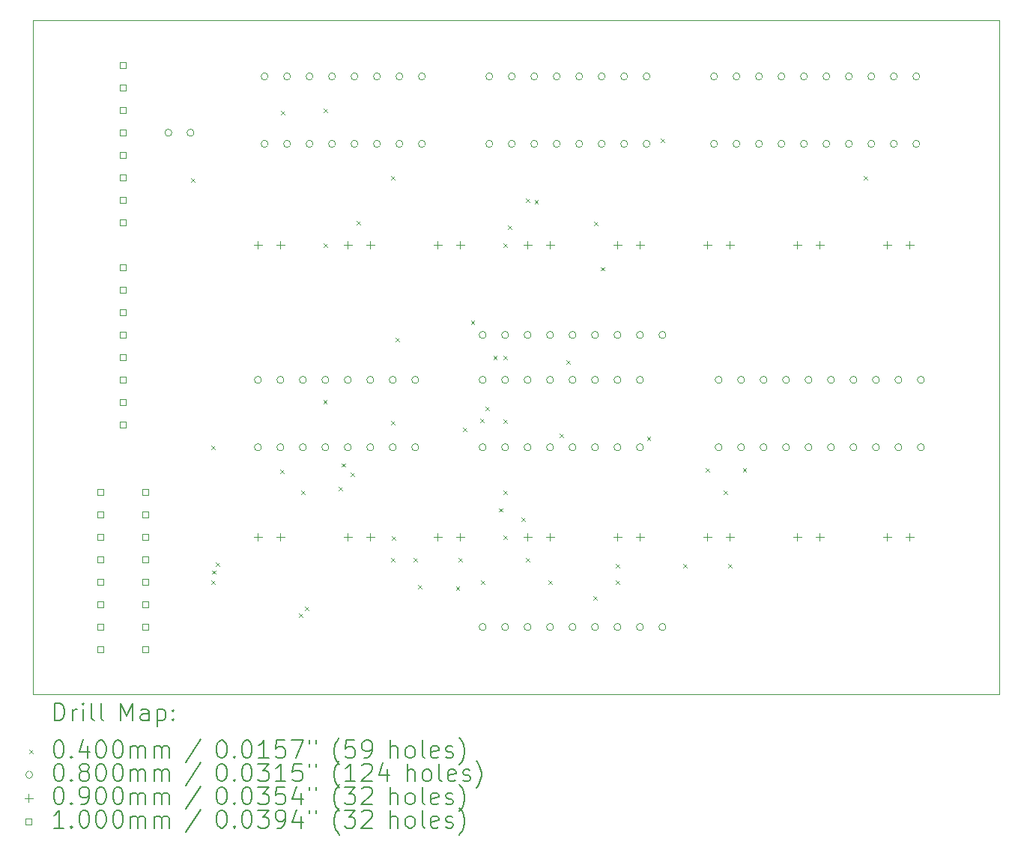
<source format=gbr>
%TF.GenerationSoftware,KiCad,Pcbnew,(7.0.0)*%
%TF.CreationDate,2023-02-28T23:31:13-05:00*%
%TF.ProjectId,8bc_registers,3862635f-7265-4676-9973-746572732e6b,1.0*%
%TF.SameCoordinates,Original*%
%TF.FileFunction,Drillmap*%
%TF.FilePolarity,Positive*%
%FSLAX45Y45*%
G04 Gerber Fmt 4.5, Leading zero omitted, Abs format (unit mm)*
G04 Created by KiCad (PCBNEW (7.0.0)) date 2023-02-28 23:31:13*
%MOMM*%
%LPD*%
G01*
G04 APERTURE LIST*
%ADD10C,0.100000*%
%ADD11C,0.200000*%
%ADD12C,0.040000*%
%ADD13C,0.080000*%
%ADD14C,0.090000*%
G04 APERTURE END LIST*
D10*
X9144000Y-3556000D02*
X20066000Y-3556000D01*
X20066000Y-3556000D02*
X20066000Y-11176000D01*
X20066000Y-11176000D02*
X9144000Y-11176000D01*
X9144000Y-11176000D02*
X9144000Y-3556000D01*
D11*
D12*
X10927230Y-5339230D02*
X10967230Y-5379230D01*
X10967230Y-5339230D02*
X10927230Y-5379230D01*
X11156000Y-8362000D02*
X11196000Y-8402000D01*
X11196000Y-8362000D02*
X11156000Y-8402000D01*
X11156000Y-9886000D02*
X11196000Y-9926000D01*
X11196000Y-9886000D02*
X11156000Y-9926000D01*
X11168981Y-9775572D02*
X11208981Y-9815572D01*
X11208981Y-9775572D02*
X11168981Y-9815572D01*
X11207230Y-9683230D02*
X11247230Y-9723230D01*
X11247230Y-9683230D02*
X11207230Y-9723230D01*
X11936279Y-8634280D02*
X11976279Y-8674280D01*
X11976279Y-8634280D02*
X11936279Y-8674280D01*
X11943230Y-4577230D02*
X11983230Y-4617230D01*
X11983230Y-4577230D02*
X11943230Y-4617230D01*
X12148054Y-10259180D02*
X12188054Y-10299180D01*
X12188054Y-10259180D02*
X12148054Y-10299180D01*
X12172000Y-8870000D02*
X12212000Y-8910000D01*
X12212000Y-8870000D02*
X12172000Y-8910000D01*
X12218730Y-10186730D02*
X12258730Y-10226730D01*
X12258730Y-10186730D02*
X12218730Y-10226730D01*
X12422220Y-7850220D02*
X12462220Y-7890220D01*
X12462220Y-7850220D02*
X12422220Y-7890220D01*
X12426000Y-4552000D02*
X12466000Y-4592000D01*
X12466000Y-4552000D02*
X12426000Y-4592000D01*
X12426000Y-6076000D02*
X12466000Y-6116000D01*
X12466000Y-6076000D02*
X12426000Y-6116000D01*
X12597970Y-8832451D02*
X12637970Y-8872451D01*
X12637970Y-8832451D02*
X12597970Y-8872451D01*
X12628770Y-8564770D02*
X12668770Y-8604770D01*
X12668770Y-8564770D02*
X12628770Y-8604770D01*
X12731230Y-8667230D02*
X12771230Y-8707230D01*
X12771230Y-8667230D02*
X12731230Y-8707230D01*
X12802500Y-5822000D02*
X12842500Y-5862000D01*
X12842500Y-5822000D02*
X12802500Y-5862000D01*
X13188000Y-5314000D02*
X13228000Y-5354000D01*
X13228000Y-5314000D02*
X13188000Y-5354000D01*
X13188000Y-8086780D02*
X13228000Y-8126780D01*
X13228000Y-8086780D02*
X13188000Y-8126780D01*
X13188000Y-9632000D02*
X13228000Y-9672000D01*
X13228000Y-9632000D02*
X13188000Y-9672000D01*
X13198851Y-9388851D02*
X13238851Y-9428851D01*
X13238851Y-9388851D02*
X13198851Y-9428851D01*
X13239230Y-7143230D02*
X13279230Y-7183230D01*
X13279230Y-7143230D02*
X13239230Y-7183230D01*
X13442000Y-9632000D02*
X13482000Y-9672000D01*
X13482000Y-9632000D02*
X13442000Y-9672000D01*
X13493230Y-9937230D02*
X13533230Y-9977230D01*
X13533230Y-9937230D02*
X13493230Y-9977230D01*
X13922275Y-9958450D02*
X13962275Y-9998450D01*
X13962275Y-9958450D02*
X13922275Y-9998450D01*
X13950000Y-9632000D02*
X13990000Y-9672000D01*
X13990000Y-9632000D02*
X13950000Y-9672000D01*
X14001230Y-8159230D02*
X14041230Y-8199230D01*
X14041230Y-8159230D02*
X14001230Y-8199230D01*
X14091500Y-6950500D02*
X14131500Y-6990500D01*
X14131500Y-6950500D02*
X14091500Y-6990500D01*
X14195585Y-8058955D02*
X14235585Y-8098955D01*
X14235585Y-8058955D02*
X14195585Y-8098955D01*
X14204000Y-9886000D02*
X14244000Y-9926000D01*
X14244000Y-9886000D02*
X14204000Y-9926000D01*
X14255230Y-7926450D02*
X14295230Y-7966450D01*
X14295230Y-7926450D02*
X14255230Y-7966450D01*
X14345500Y-7346000D02*
X14385500Y-7386000D01*
X14385500Y-7346000D02*
X14345500Y-7386000D01*
X14406770Y-9072770D02*
X14446770Y-9112770D01*
X14446770Y-9072770D02*
X14406770Y-9112770D01*
X14458000Y-6076000D02*
X14498000Y-6116000D01*
X14498000Y-6076000D02*
X14458000Y-6116000D01*
X14458000Y-7346000D02*
X14498000Y-7386000D01*
X14498000Y-7346000D02*
X14458000Y-7386000D01*
X14458000Y-8067370D02*
X14498000Y-8107370D01*
X14498000Y-8067370D02*
X14458000Y-8107370D01*
X14458000Y-8870000D02*
X14498000Y-8910000D01*
X14498000Y-8870000D02*
X14458000Y-8910000D01*
X14458000Y-9378000D02*
X14498000Y-9418000D01*
X14498000Y-9378000D02*
X14458000Y-9418000D01*
X14509230Y-5873230D02*
X14549230Y-5913230D01*
X14549230Y-5873230D02*
X14509230Y-5913230D01*
X14660770Y-9175230D02*
X14700770Y-9215230D01*
X14700770Y-9175230D02*
X14660770Y-9215230D01*
X14712000Y-5568000D02*
X14752000Y-5608000D01*
X14752000Y-5568000D02*
X14712000Y-5608000D01*
X14712000Y-9632000D02*
X14752000Y-9672000D01*
X14752000Y-9632000D02*
X14712000Y-9672000D01*
X14810516Y-5584870D02*
X14850516Y-5624870D01*
X14850516Y-5584870D02*
X14810516Y-5624870D01*
X14966000Y-9886000D02*
X15006000Y-9926000D01*
X15006000Y-9886000D02*
X14966000Y-9926000D01*
X15093000Y-8227441D02*
X15133000Y-8267441D01*
X15133000Y-8227441D02*
X15093000Y-8267441D01*
X15168770Y-7397230D02*
X15208770Y-7437230D01*
X15208770Y-7397230D02*
X15168770Y-7437230D01*
X15474000Y-10067550D02*
X15514000Y-10107550D01*
X15514000Y-10067550D02*
X15474000Y-10107550D01*
X15484851Y-5832851D02*
X15524851Y-5872851D01*
X15524851Y-5832851D02*
X15484851Y-5872851D01*
X15561455Y-6345005D02*
X15601455Y-6385005D01*
X15601455Y-6345005D02*
X15561455Y-6385005D01*
X15728000Y-9704500D02*
X15768000Y-9744500D01*
X15768000Y-9704500D02*
X15728000Y-9744500D01*
X15728000Y-9886000D02*
X15768000Y-9926000D01*
X15768000Y-9886000D02*
X15728000Y-9926000D01*
X16080960Y-8263040D02*
X16120960Y-8303040D01*
X16120960Y-8263040D02*
X16080960Y-8303040D01*
X16236000Y-4891950D02*
X16276000Y-4931950D01*
X16276000Y-4891950D02*
X16236000Y-4931950D01*
X16490000Y-9704500D02*
X16530000Y-9744500D01*
X16530000Y-9704500D02*
X16490000Y-9744500D01*
X16744000Y-8616000D02*
X16784000Y-8656000D01*
X16784000Y-8616000D02*
X16744000Y-8656000D01*
X16947950Y-8870000D02*
X16987950Y-8910000D01*
X16987950Y-8870000D02*
X16947950Y-8910000D01*
X16998000Y-9704450D02*
X17038000Y-9744450D01*
X17038000Y-9704450D02*
X16998000Y-9744450D01*
X17165550Y-8616000D02*
X17205550Y-8656000D01*
X17205550Y-8616000D02*
X17165550Y-8656000D01*
X18528950Y-5314000D02*
X18568950Y-5354000D01*
X18568950Y-5314000D02*
X18528950Y-5354000D01*
D13*
X10712000Y-4826000D02*
G75*
G03*
X10712000Y-4826000I-40000J0D01*
G01*
X10962000Y-4826000D02*
G75*
G03*
X10962000Y-4826000I-40000J0D01*
G01*
X11724000Y-7620000D02*
G75*
G03*
X11724000Y-7620000I-40000J0D01*
G01*
X11724000Y-8382000D02*
G75*
G03*
X11724000Y-8382000I-40000J0D01*
G01*
X11800000Y-4190000D02*
G75*
G03*
X11800000Y-4190000I-40000J0D01*
G01*
X11800000Y-4952000D02*
G75*
G03*
X11800000Y-4952000I-40000J0D01*
G01*
X11978000Y-7620000D02*
G75*
G03*
X11978000Y-7620000I-40000J0D01*
G01*
X11978000Y-8382000D02*
G75*
G03*
X11978000Y-8382000I-40000J0D01*
G01*
X12054000Y-4190000D02*
G75*
G03*
X12054000Y-4190000I-40000J0D01*
G01*
X12054000Y-4952000D02*
G75*
G03*
X12054000Y-4952000I-40000J0D01*
G01*
X12232000Y-7620000D02*
G75*
G03*
X12232000Y-7620000I-40000J0D01*
G01*
X12232000Y-8382000D02*
G75*
G03*
X12232000Y-8382000I-40000J0D01*
G01*
X12308000Y-4190000D02*
G75*
G03*
X12308000Y-4190000I-40000J0D01*
G01*
X12308000Y-4952000D02*
G75*
G03*
X12308000Y-4952000I-40000J0D01*
G01*
X12486000Y-7620000D02*
G75*
G03*
X12486000Y-7620000I-40000J0D01*
G01*
X12486000Y-8382000D02*
G75*
G03*
X12486000Y-8382000I-40000J0D01*
G01*
X12562000Y-4190000D02*
G75*
G03*
X12562000Y-4190000I-40000J0D01*
G01*
X12562000Y-4952000D02*
G75*
G03*
X12562000Y-4952000I-40000J0D01*
G01*
X12740000Y-7620000D02*
G75*
G03*
X12740000Y-7620000I-40000J0D01*
G01*
X12740000Y-8382000D02*
G75*
G03*
X12740000Y-8382000I-40000J0D01*
G01*
X12816000Y-4190000D02*
G75*
G03*
X12816000Y-4190000I-40000J0D01*
G01*
X12816000Y-4952000D02*
G75*
G03*
X12816000Y-4952000I-40000J0D01*
G01*
X12994000Y-7620000D02*
G75*
G03*
X12994000Y-7620000I-40000J0D01*
G01*
X12994000Y-8382000D02*
G75*
G03*
X12994000Y-8382000I-40000J0D01*
G01*
X13070000Y-4190000D02*
G75*
G03*
X13070000Y-4190000I-40000J0D01*
G01*
X13070000Y-4952000D02*
G75*
G03*
X13070000Y-4952000I-40000J0D01*
G01*
X13248000Y-7620000D02*
G75*
G03*
X13248000Y-7620000I-40000J0D01*
G01*
X13248000Y-8382000D02*
G75*
G03*
X13248000Y-8382000I-40000J0D01*
G01*
X13324000Y-4190000D02*
G75*
G03*
X13324000Y-4190000I-40000J0D01*
G01*
X13324000Y-4952000D02*
G75*
G03*
X13324000Y-4952000I-40000J0D01*
G01*
X13502000Y-7620000D02*
G75*
G03*
X13502000Y-7620000I-40000J0D01*
G01*
X13502000Y-8382000D02*
G75*
G03*
X13502000Y-8382000I-40000J0D01*
G01*
X13578000Y-4190000D02*
G75*
G03*
X13578000Y-4190000I-40000J0D01*
G01*
X13578000Y-4952000D02*
G75*
G03*
X13578000Y-4952000I-40000J0D01*
G01*
X14264000Y-7112000D02*
G75*
G03*
X14264000Y-7112000I-40000J0D01*
G01*
X14264000Y-7620000D02*
G75*
G03*
X14264000Y-7620000I-40000J0D01*
G01*
X14264000Y-8382000D02*
G75*
G03*
X14264000Y-8382000I-40000J0D01*
G01*
X14264000Y-10414000D02*
G75*
G03*
X14264000Y-10414000I-40000J0D01*
G01*
X14340000Y-4190000D02*
G75*
G03*
X14340000Y-4190000I-40000J0D01*
G01*
X14340000Y-4952000D02*
G75*
G03*
X14340000Y-4952000I-40000J0D01*
G01*
X14518000Y-7112000D02*
G75*
G03*
X14518000Y-7112000I-40000J0D01*
G01*
X14518000Y-7620000D02*
G75*
G03*
X14518000Y-7620000I-40000J0D01*
G01*
X14518000Y-8382000D02*
G75*
G03*
X14518000Y-8382000I-40000J0D01*
G01*
X14518000Y-10414000D02*
G75*
G03*
X14518000Y-10414000I-40000J0D01*
G01*
X14594000Y-4190000D02*
G75*
G03*
X14594000Y-4190000I-40000J0D01*
G01*
X14594000Y-4952000D02*
G75*
G03*
X14594000Y-4952000I-40000J0D01*
G01*
X14772000Y-7112000D02*
G75*
G03*
X14772000Y-7112000I-40000J0D01*
G01*
X14772000Y-7620000D02*
G75*
G03*
X14772000Y-7620000I-40000J0D01*
G01*
X14772000Y-8382000D02*
G75*
G03*
X14772000Y-8382000I-40000J0D01*
G01*
X14772000Y-10414000D02*
G75*
G03*
X14772000Y-10414000I-40000J0D01*
G01*
X14848000Y-4190000D02*
G75*
G03*
X14848000Y-4190000I-40000J0D01*
G01*
X14848000Y-4952000D02*
G75*
G03*
X14848000Y-4952000I-40000J0D01*
G01*
X15026000Y-7112000D02*
G75*
G03*
X15026000Y-7112000I-40000J0D01*
G01*
X15026000Y-7620000D02*
G75*
G03*
X15026000Y-7620000I-40000J0D01*
G01*
X15026000Y-8382000D02*
G75*
G03*
X15026000Y-8382000I-40000J0D01*
G01*
X15026000Y-10414000D02*
G75*
G03*
X15026000Y-10414000I-40000J0D01*
G01*
X15102000Y-4190000D02*
G75*
G03*
X15102000Y-4190000I-40000J0D01*
G01*
X15102000Y-4952000D02*
G75*
G03*
X15102000Y-4952000I-40000J0D01*
G01*
X15280000Y-7112000D02*
G75*
G03*
X15280000Y-7112000I-40000J0D01*
G01*
X15280000Y-7620000D02*
G75*
G03*
X15280000Y-7620000I-40000J0D01*
G01*
X15280000Y-8382000D02*
G75*
G03*
X15280000Y-8382000I-40000J0D01*
G01*
X15280000Y-10414000D02*
G75*
G03*
X15280000Y-10414000I-40000J0D01*
G01*
X15356000Y-4190000D02*
G75*
G03*
X15356000Y-4190000I-40000J0D01*
G01*
X15356000Y-4952000D02*
G75*
G03*
X15356000Y-4952000I-40000J0D01*
G01*
X15534000Y-7112000D02*
G75*
G03*
X15534000Y-7112000I-40000J0D01*
G01*
X15534000Y-7620000D02*
G75*
G03*
X15534000Y-7620000I-40000J0D01*
G01*
X15534000Y-8382000D02*
G75*
G03*
X15534000Y-8382000I-40000J0D01*
G01*
X15534000Y-10414000D02*
G75*
G03*
X15534000Y-10414000I-40000J0D01*
G01*
X15610000Y-4190000D02*
G75*
G03*
X15610000Y-4190000I-40000J0D01*
G01*
X15610000Y-4952000D02*
G75*
G03*
X15610000Y-4952000I-40000J0D01*
G01*
X15788000Y-7112000D02*
G75*
G03*
X15788000Y-7112000I-40000J0D01*
G01*
X15788000Y-7620000D02*
G75*
G03*
X15788000Y-7620000I-40000J0D01*
G01*
X15788000Y-8382000D02*
G75*
G03*
X15788000Y-8382000I-40000J0D01*
G01*
X15788000Y-10414000D02*
G75*
G03*
X15788000Y-10414000I-40000J0D01*
G01*
X15864000Y-4190000D02*
G75*
G03*
X15864000Y-4190000I-40000J0D01*
G01*
X15864000Y-4952000D02*
G75*
G03*
X15864000Y-4952000I-40000J0D01*
G01*
X16042000Y-7112000D02*
G75*
G03*
X16042000Y-7112000I-40000J0D01*
G01*
X16042000Y-7620000D02*
G75*
G03*
X16042000Y-7620000I-40000J0D01*
G01*
X16042000Y-8382000D02*
G75*
G03*
X16042000Y-8382000I-40000J0D01*
G01*
X16042000Y-10414000D02*
G75*
G03*
X16042000Y-10414000I-40000J0D01*
G01*
X16118000Y-4190000D02*
G75*
G03*
X16118000Y-4190000I-40000J0D01*
G01*
X16118000Y-4952000D02*
G75*
G03*
X16118000Y-4952000I-40000J0D01*
G01*
X16296000Y-7112000D02*
G75*
G03*
X16296000Y-7112000I-40000J0D01*
G01*
X16296000Y-10414000D02*
G75*
G03*
X16296000Y-10414000I-40000J0D01*
G01*
X16880000Y-4190000D02*
G75*
G03*
X16880000Y-4190000I-40000J0D01*
G01*
X16880000Y-4952000D02*
G75*
G03*
X16880000Y-4952000I-40000J0D01*
G01*
X16931500Y-7620000D02*
G75*
G03*
X16931500Y-7620000I-40000J0D01*
G01*
X16931500Y-8382000D02*
G75*
G03*
X16931500Y-8382000I-40000J0D01*
G01*
X17134000Y-4190000D02*
G75*
G03*
X17134000Y-4190000I-40000J0D01*
G01*
X17134000Y-4952000D02*
G75*
G03*
X17134000Y-4952000I-40000J0D01*
G01*
X17185500Y-7620000D02*
G75*
G03*
X17185500Y-7620000I-40000J0D01*
G01*
X17185500Y-8382000D02*
G75*
G03*
X17185500Y-8382000I-40000J0D01*
G01*
X17388000Y-4190000D02*
G75*
G03*
X17388000Y-4190000I-40000J0D01*
G01*
X17388000Y-4952000D02*
G75*
G03*
X17388000Y-4952000I-40000J0D01*
G01*
X17439500Y-7620000D02*
G75*
G03*
X17439500Y-7620000I-40000J0D01*
G01*
X17439500Y-8382000D02*
G75*
G03*
X17439500Y-8382000I-40000J0D01*
G01*
X17642000Y-4190000D02*
G75*
G03*
X17642000Y-4190000I-40000J0D01*
G01*
X17642000Y-4952000D02*
G75*
G03*
X17642000Y-4952000I-40000J0D01*
G01*
X17693500Y-7620000D02*
G75*
G03*
X17693500Y-7620000I-40000J0D01*
G01*
X17693500Y-8382000D02*
G75*
G03*
X17693500Y-8382000I-40000J0D01*
G01*
X17896000Y-4190000D02*
G75*
G03*
X17896000Y-4190000I-40000J0D01*
G01*
X17896000Y-4952000D02*
G75*
G03*
X17896000Y-4952000I-40000J0D01*
G01*
X17947500Y-7620000D02*
G75*
G03*
X17947500Y-7620000I-40000J0D01*
G01*
X17947500Y-8382000D02*
G75*
G03*
X17947500Y-8382000I-40000J0D01*
G01*
X18150000Y-4190000D02*
G75*
G03*
X18150000Y-4190000I-40000J0D01*
G01*
X18150000Y-4952000D02*
G75*
G03*
X18150000Y-4952000I-40000J0D01*
G01*
X18201500Y-7620000D02*
G75*
G03*
X18201500Y-7620000I-40000J0D01*
G01*
X18201500Y-8382000D02*
G75*
G03*
X18201500Y-8382000I-40000J0D01*
G01*
X18404000Y-4190000D02*
G75*
G03*
X18404000Y-4190000I-40000J0D01*
G01*
X18404000Y-4952000D02*
G75*
G03*
X18404000Y-4952000I-40000J0D01*
G01*
X18455500Y-7620000D02*
G75*
G03*
X18455500Y-7620000I-40000J0D01*
G01*
X18455500Y-8382000D02*
G75*
G03*
X18455500Y-8382000I-40000J0D01*
G01*
X18658000Y-4190000D02*
G75*
G03*
X18658000Y-4190000I-40000J0D01*
G01*
X18658000Y-4952000D02*
G75*
G03*
X18658000Y-4952000I-40000J0D01*
G01*
X18709500Y-7620000D02*
G75*
G03*
X18709500Y-7620000I-40000J0D01*
G01*
X18709500Y-8382000D02*
G75*
G03*
X18709500Y-8382000I-40000J0D01*
G01*
X18912000Y-4190000D02*
G75*
G03*
X18912000Y-4190000I-40000J0D01*
G01*
X18912000Y-4952000D02*
G75*
G03*
X18912000Y-4952000I-40000J0D01*
G01*
X18963500Y-7620000D02*
G75*
G03*
X18963500Y-7620000I-40000J0D01*
G01*
X18963500Y-8382000D02*
G75*
G03*
X18963500Y-8382000I-40000J0D01*
G01*
X19166000Y-4190000D02*
G75*
G03*
X19166000Y-4190000I-40000J0D01*
G01*
X19166000Y-4952000D02*
G75*
G03*
X19166000Y-4952000I-40000J0D01*
G01*
X19217500Y-7620000D02*
G75*
G03*
X19217500Y-7620000I-40000J0D01*
G01*
X19217500Y-8382000D02*
G75*
G03*
X19217500Y-8382000I-40000J0D01*
G01*
D14*
X11684000Y-6051000D02*
X11684000Y-6141000D01*
X11639000Y-6096000D02*
X11729000Y-6096000D01*
X11684000Y-9353000D02*
X11684000Y-9443000D01*
X11639000Y-9398000D02*
X11729000Y-9398000D01*
X11938000Y-6051000D02*
X11938000Y-6141000D01*
X11893000Y-6096000D02*
X11983000Y-6096000D01*
X11938000Y-9353000D02*
X11938000Y-9443000D01*
X11893000Y-9398000D02*
X11983000Y-9398000D01*
X12700000Y-6051000D02*
X12700000Y-6141000D01*
X12655000Y-6096000D02*
X12745000Y-6096000D01*
X12700000Y-9353000D02*
X12700000Y-9443000D01*
X12655000Y-9398000D02*
X12745000Y-9398000D01*
X12954000Y-6051000D02*
X12954000Y-6141000D01*
X12909000Y-6096000D02*
X12999000Y-6096000D01*
X12954000Y-9353000D02*
X12954000Y-9443000D01*
X12909000Y-9398000D02*
X12999000Y-9398000D01*
X13716000Y-6051000D02*
X13716000Y-6141000D01*
X13671000Y-6096000D02*
X13761000Y-6096000D01*
X13716000Y-9353000D02*
X13716000Y-9443000D01*
X13671000Y-9398000D02*
X13761000Y-9398000D01*
X13970000Y-6051000D02*
X13970000Y-6141000D01*
X13925000Y-6096000D02*
X14015000Y-6096000D01*
X13970000Y-9353000D02*
X13970000Y-9443000D01*
X13925000Y-9398000D02*
X14015000Y-9398000D01*
X14732000Y-6051000D02*
X14732000Y-6141000D01*
X14687000Y-6096000D02*
X14777000Y-6096000D01*
X14732000Y-9353000D02*
X14732000Y-9443000D01*
X14687000Y-9398000D02*
X14777000Y-9398000D01*
X14986000Y-6051000D02*
X14986000Y-6141000D01*
X14941000Y-6096000D02*
X15031000Y-6096000D01*
X14986000Y-9353000D02*
X14986000Y-9443000D01*
X14941000Y-9398000D02*
X15031000Y-9398000D01*
X15748000Y-6051000D02*
X15748000Y-6141000D01*
X15703000Y-6096000D02*
X15793000Y-6096000D01*
X15748000Y-9353000D02*
X15748000Y-9443000D01*
X15703000Y-9398000D02*
X15793000Y-9398000D01*
X16002000Y-6051000D02*
X16002000Y-6141000D01*
X15957000Y-6096000D02*
X16047000Y-6096000D01*
X16002000Y-9353000D02*
X16002000Y-9443000D01*
X15957000Y-9398000D02*
X16047000Y-9398000D01*
X16764000Y-6051000D02*
X16764000Y-6141000D01*
X16719000Y-6096000D02*
X16809000Y-6096000D01*
X16764000Y-9353000D02*
X16764000Y-9443000D01*
X16719000Y-9398000D02*
X16809000Y-9398000D01*
X17018000Y-6051000D02*
X17018000Y-6141000D01*
X16973000Y-6096000D02*
X17063000Y-6096000D01*
X17018000Y-9353000D02*
X17018000Y-9443000D01*
X16973000Y-9398000D02*
X17063000Y-9398000D01*
X17780000Y-6051000D02*
X17780000Y-6141000D01*
X17735000Y-6096000D02*
X17825000Y-6096000D01*
X17780000Y-9353000D02*
X17780000Y-9443000D01*
X17735000Y-9398000D02*
X17825000Y-9398000D01*
X18034000Y-6051000D02*
X18034000Y-6141000D01*
X17989000Y-6096000D02*
X18079000Y-6096000D01*
X18034000Y-9353000D02*
X18034000Y-9443000D01*
X17989000Y-9398000D02*
X18079000Y-9398000D01*
X18796000Y-6051000D02*
X18796000Y-6141000D01*
X18751000Y-6096000D02*
X18841000Y-6096000D01*
X18796000Y-9353000D02*
X18796000Y-9443000D01*
X18751000Y-9398000D02*
X18841000Y-9398000D01*
X19050000Y-6051000D02*
X19050000Y-6141000D01*
X19005000Y-6096000D02*
X19095000Y-6096000D01*
X19050000Y-9353000D02*
X19050000Y-9443000D01*
X19005000Y-9398000D02*
X19095000Y-9398000D01*
D10*
X9941356Y-8925356D02*
X9941356Y-8854644D01*
X9870644Y-8854644D01*
X9870644Y-8925356D01*
X9941356Y-8925356D01*
X9941356Y-9179356D02*
X9941356Y-9108644D01*
X9870644Y-9108644D01*
X9870644Y-9179356D01*
X9941356Y-9179356D01*
X9941356Y-9433356D02*
X9941356Y-9362644D01*
X9870644Y-9362644D01*
X9870644Y-9433356D01*
X9941356Y-9433356D01*
X9941356Y-9687356D02*
X9941356Y-9616644D01*
X9870644Y-9616644D01*
X9870644Y-9687356D01*
X9941356Y-9687356D01*
X9941356Y-9941356D02*
X9941356Y-9870644D01*
X9870644Y-9870644D01*
X9870644Y-9941356D01*
X9941356Y-9941356D01*
X9941356Y-10195356D02*
X9941356Y-10124644D01*
X9870644Y-10124644D01*
X9870644Y-10195356D01*
X9941356Y-10195356D01*
X9941356Y-10449356D02*
X9941356Y-10378644D01*
X9870644Y-10378644D01*
X9870644Y-10449356D01*
X9941356Y-10449356D01*
X9941356Y-10703356D02*
X9941356Y-10632644D01*
X9870644Y-10632644D01*
X9870644Y-10703356D01*
X9941356Y-10703356D01*
X10195356Y-4099356D02*
X10195356Y-4028644D01*
X10124644Y-4028644D01*
X10124644Y-4099356D01*
X10195356Y-4099356D01*
X10195356Y-4353356D02*
X10195356Y-4282644D01*
X10124644Y-4282644D01*
X10124644Y-4353356D01*
X10195356Y-4353356D01*
X10195356Y-4607356D02*
X10195356Y-4536644D01*
X10124644Y-4536644D01*
X10124644Y-4607356D01*
X10195356Y-4607356D01*
X10195356Y-4861356D02*
X10195356Y-4790644D01*
X10124644Y-4790644D01*
X10124644Y-4861356D01*
X10195356Y-4861356D01*
X10195356Y-5115356D02*
X10195356Y-5044644D01*
X10124644Y-5044644D01*
X10124644Y-5115356D01*
X10195356Y-5115356D01*
X10195356Y-5369356D02*
X10195356Y-5298644D01*
X10124644Y-5298644D01*
X10124644Y-5369356D01*
X10195356Y-5369356D01*
X10195356Y-5623356D02*
X10195356Y-5552644D01*
X10124644Y-5552644D01*
X10124644Y-5623356D01*
X10195356Y-5623356D01*
X10195356Y-5877356D02*
X10195356Y-5806644D01*
X10124644Y-5806644D01*
X10124644Y-5877356D01*
X10195356Y-5877356D01*
X10195356Y-6385356D02*
X10195356Y-6314644D01*
X10124644Y-6314644D01*
X10124644Y-6385356D01*
X10195356Y-6385356D01*
X10195356Y-6639356D02*
X10195356Y-6568644D01*
X10124644Y-6568644D01*
X10124644Y-6639356D01*
X10195356Y-6639356D01*
X10195356Y-6893356D02*
X10195356Y-6822644D01*
X10124644Y-6822644D01*
X10124644Y-6893356D01*
X10195356Y-6893356D01*
X10195356Y-7147356D02*
X10195356Y-7076644D01*
X10124644Y-7076644D01*
X10124644Y-7147356D01*
X10195356Y-7147356D01*
X10195356Y-7401356D02*
X10195356Y-7330644D01*
X10124644Y-7330644D01*
X10124644Y-7401356D01*
X10195356Y-7401356D01*
X10195356Y-7655356D02*
X10195356Y-7584644D01*
X10124644Y-7584644D01*
X10124644Y-7655356D01*
X10195356Y-7655356D01*
X10195356Y-7909356D02*
X10195356Y-7838644D01*
X10124644Y-7838644D01*
X10124644Y-7909356D01*
X10195356Y-7909356D01*
X10195356Y-8163356D02*
X10195356Y-8092644D01*
X10124644Y-8092644D01*
X10124644Y-8163356D01*
X10195356Y-8163356D01*
X10449356Y-8925356D02*
X10449356Y-8854644D01*
X10378644Y-8854644D01*
X10378644Y-8925356D01*
X10449356Y-8925356D01*
X10449356Y-9179356D02*
X10449356Y-9108644D01*
X10378644Y-9108644D01*
X10378644Y-9179356D01*
X10449356Y-9179356D01*
X10449356Y-9433356D02*
X10449356Y-9362644D01*
X10378644Y-9362644D01*
X10378644Y-9433356D01*
X10449356Y-9433356D01*
X10449356Y-9687356D02*
X10449356Y-9616644D01*
X10378644Y-9616644D01*
X10378644Y-9687356D01*
X10449356Y-9687356D01*
X10449356Y-9941356D02*
X10449356Y-9870644D01*
X10378644Y-9870644D01*
X10378644Y-9941356D01*
X10449356Y-9941356D01*
X10449356Y-10195356D02*
X10449356Y-10124644D01*
X10378644Y-10124644D01*
X10378644Y-10195356D01*
X10449356Y-10195356D01*
X10449356Y-10449356D02*
X10449356Y-10378644D01*
X10378644Y-10378644D01*
X10378644Y-10449356D01*
X10449356Y-10449356D01*
X10449356Y-10703356D02*
X10449356Y-10632644D01*
X10378644Y-10632644D01*
X10378644Y-10703356D01*
X10449356Y-10703356D01*
D11*
X9386619Y-11474476D02*
X9386619Y-11274476D01*
X9386619Y-11274476D02*
X9434238Y-11274476D01*
X9434238Y-11274476D02*
X9462810Y-11284000D01*
X9462810Y-11284000D02*
X9481857Y-11303048D01*
X9481857Y-11303048D02*
X9491381Y-11322095D01*
X9491381Y-11322095D02*
X9500905Y-11360190D01*
X9500905Y-11360190D02*
X9500905Y-11388762D01*
X9500905Y-11388762D02*
X9491381Y-11426857D01*
X9491381Y-11426857D02*
X9481857Y-11445905D01*
X9481857Y-11445905D02*
X9462810Y-11464952D01*
X9462810Y-11464952D02*
X9434238Y-11474476D01*
X9434238Y-11474476D02*
X9386619Y-11474476D01*
X9586619Y-11474476D02*
X9586619Y-11341143D01*
X9586619Y-11379238D02*
X9596143Y-11360190D01*
X9596143Y-11360190D02*
X9605667Y-11350667D01*
X9605667Y-11350667D02*
X9624714Y-11341143D01*
X9624714Y-11341143D02*
X9643762Y-11341143D01*
X9710429Y-11474476D02*
X9710429Y-11341143D01*
X9710429Y-11274476D02*
X9700905Y-11284000D01*
X9700905Y-11284000D02*
X9710429Y-11293524D01*
X9710429Y-11293524D02*
X9719952Y-11284000D01*
X9719952Y-11284000D02*
X9710429Y-11274476D01*
X9710429Y-11274476D02*
X9710429Y-11293524D01*
X9834238Y-11474476D02*
X9815190Y-11464952D01*
X9815190Y-11464952D02*
X9805667Y-11445905D01*
X9805667Y-11445905D02*
X9805667Y-11274476D01*
X9939000Y-11474476D02*
X9919952Y-11464952D01*
X9919952Y-11464952D02*
X9910429Y-11445905D01*
X9910429Y-11445905D02*
X9910429Y-11274476D01*
X10135190Y-11474476D02*
X10135190Y-11274476D01*
X10135190Y-11274476D02*
X10201857Y-11417333D01*
X10201857Y-11417333D02*
X10268524Y-11274476D01*
X10268524Y-11274476D02*
X10268524Y-11474476D01*
X10449476Y-11474476D02*
X10449476Y-11369714D01*
X10449476Y-11369714D02*
X10439952Y-11350667D01*
X10439952Y-11350667D02*
X10420905Y-11341143D01*
X10420905Y-11341143D02*
X10382809Y-11341143D01*
X10382809Y-11341143D02*
X10363762Y-11350667D01*
X10449476Y-11464952D02*
X10430429Y-11474476D01*
X10430429Y-11474476D02*
X10382809Y-11474476D01*
X10382809Y-11474476D02*
X10363762Y-11464952D01*
X10363762Y-11464952D02*
X10354238Y-11445905D01*
X10354238Y-11445905D02*
X10354238Y-11426857D01*
X10354238Y-11426857D02*
X10363762Y-11407809D01*
X10363762Y-11407809D02*
X10382809Y-11398286D01*
X10382809Y-11398286D02*
X10430429Y-11398286D01*
X10430429Y-11398286D02*
X10449476Y-11388762D01*
X10544714Y-11341143D02*
X10544714Y-11541143D01*
X10544714Y-11350667D02*
X10563762Y-11341143D01*
X10563762Y-11341143D02*
X10601857Y-11341143D01*
X10601857Y-11341143D02*
X10620905Y-11350667D01*
X10620905Y-11350667D02*
X10630429Y-11360190D01*
X10630429Y-11360190D02*
X10639952Y-11379238D01*
X10639952Y-11379238D02*
X10639952Y-11436381D01*
X10639952Y-11436381D02*
X10630429Y-11455428D01*
X10630429Y-11455428D02*
X10620905Y-11464952D01*
X10620905Y-11464952D02*
X10601857Y-11474476D01*
X10601857Y-11474476D02*
X10563762Y-11474476D01*
X10563762Y-11474476D02*
X10544714Y-11464952D01*
X10725667Y-11455428D02*
X10735190Y-11464952D01*
X10735190Y-11464952D02*
X10725667Y-11474476D01*
X10725667Y-11474476D02*
X10716143Y-11464952D01*
X10716143Y-11464952D02*
X10725667Y-11455428D01*
X10725667Y-11455428D02*
X10725667Y-11474476D01*
X10725667Y-11350667D02*
X10735190Y-11360190D01*
X10735190Y-11360190D02*
X10725667Y-11369714D01*
X10725667Y-11369714D02*
X10716143Y-11360190D01*
X10716143Y-11360190D02*
X10725667Y-11350667D01*
X10725667Y-11350667D02*
X10725667Y-11369714D01*
D12*
X9099000Y-11801000D02*
X9139000Y-11841000D01*
X9139000Y-11801000D02*
X9099000Y-11841000D01*
D11*
X9424714Y-11694476D02*
X9443762Y-11694476D01*
X9443762Y-11694476D02*
X9462810Y-11704000D01*
X9462810Y-11704000D02*
X9472333Y-11713524D01*
X9472333Y-11713524D02*
X9481857Y-11732571D01*
X9481857Y-11732571D02*
X9491381Y-11770667D01*
X9491381Y-11770667D02*
X9491381Y-11818286D01*
X9491381Y-11818286D02*
X9481857Y-11856381D01*
X9481857Y-11856381D02*
X9472333Y-11875428D01*
X9472333Y-11875428D02*
X9462810Y-11884952D01*
X9462810Y-11884952D02*
X9443762Y-11894476D01*
X9443762Y-11894476D02*
X9424714Y-11894476D01*
X9424714Y-11894476D02*
X9405667Y-11884952D01*
X9405667Y-11884952D02*
X9396143Y-11875428D01*
X9396143Y-11875428D02*
X9386619Y-11856381D01*
X9386619Y-11856381D02*
X9377095Y-11818286D01*
X9377095Y-11818286D02*
X9377095Y-11770667D01*
X9377095Y-11770667D02*
X9386619Y-11732571D01*
X9386619Y-11732571D02*
X9396143Y-11713524D01*
X9396143Y-11713524D02*
X9405667Y-11704000D01*
X9405667Y-11704000D02*
X9424714Y-11694476D01*
X9577095Y-11875428D02*
X9586619Y-11884952D01*
X9586619Y-11884952D02*
X9577095Y-11894476D01*
X9577095Y-11894476D02*
X9567571Y-11884952D01*
X9567571Y-11884952D02*
X9577095Y-11875428D01*
X9577095Y-11875428D02*
X9577095Y-11894476D01*
X9758048Y-11761143D02*
X9758048Y-11894476D01*
X9710429Y-11684952D02*
X9662810Y-11827809D01*
X9662810Y-11827809D02*
X9786619Y-11827809D01*
X9900905Y-11694476D02*
X9919952Y-11694476D01*
X9919952Y-11694476D02*
X9939000Y-11704000D01*
X9939000Y-11704000D02*
X9948524Y-11713524D01*
X9948524Y-11713524D02*
X9958048Y-11732571D01*
X9958048Y-11732571D02*
X9967571Y-11770667D01*
X9967571Y-11770667D02*
X9967571Y-11818286D01*
X9967571Y-11818286D02*
X9958048Y-11856381D01*
X9958048Y-11856381D02*
X9948524Y-11875428D01*
X9948524Y-11875428D02*
X9939000Y-11884952D01*
X9939000Y-11884952D02*
X9919952Y-11894476D01*
X9919952Y-11894476D02*
X9900905Y-11894476D01*
X9900905Y-11894476D02*
X9881857Y-11884952D01*
X9881857Y-11884952D02*
X9872333Y-11875428D01*
X9872333Y-11875428D02*
X9862810Y-11856381D01*
X9862810Y-11856381D02*
X9853286Y-11818286D01*
X9853286Y-11818286D02*
X9853286Y-11770667D01*
X9853286Y-11770667D02*
X9862810Y-11732571D01*
X9862810Y-11732571D02*
X9872333Y-11713524D01*
X9872333Y-11713524D02*
X9881857Y-11704000D01*
X9881857Y-11704000D02*
X9900905Y-11694476D01*
X10091381Y-11694476D02*
X10110429Y-11694476D01*
X10110429Y-11694476D02*
X10129476Y-11704000D01*
X10129476Y-11704000D02*
X10139000Y-11713524D01*
X10139000Y-11713524D02*
X10148524Y-11732571D01*
X10148524Y-11732571D02*
X10158048Y-11770667D01*
X10158048Y-11770667D02*
X10158048Y-11818286D01*
X10158048Y-11818286D02*
X10148524Y-11856381D01*
X10148524Y-11856381D02*
X10139000Y-11875428D01*
X10139000Y-11875428D02*
X10129476Y-11884952D01*
X10129476Y-11884952D02*
X10110429Y-11894476D01*
X10110429Y-11894476D02*
X10091381Y-11894476D01*
X10091381Y-11894476D02*
X10072333Y-11884952D01*
X10072333Y-11884952D02*
X10062810Y-11875428D01*
X10062810Y-11875428D02*
X10053286Y-11856381D01*
X10053286Y-11856381D02*
X10043762Y-11818286D01*
X10043762Y-11818286D02*
X10043762Y-11770667D01*
X10043762Y-11770667D02*
X10053286Y-11732571D01*
X10053286Y-11732571D02*
X10062810Y-11713524D01*
X10062810Y-11713524D02*
X10072333Y-11704000D01*
X10072333Y-11704000D02*
X10091381Y-11694476D01*
X10243762Y-11894476D02*
X10243762Y-11761143D01*
X10243762Y-11780190D02*
X10253286Y-11770667D01*
X10253286Y-11770667D02*
X10272333Y-11761143D01*
X10272333Y-11761143D02*
X10300905Y-11761143D01*
X10300905Y-11761143D02*
X10319952Y-11770667D01*
X10319952Y-11770667D02*
X10329476Y-11789714D01*
X10329476Y-11789714D02*
X10329476Y-11894476D01*
X10329476Y-11789714D02*
X10339000Y-11770667D01*
X10339000Y-11770667D02*
X10358048Y-11761143D01*
X10358048Y-11761143D02*
X10386619Y-11761143D01*
X10386619Y-11761143D02*
X10405667Y-11770667D01*
X10405667Y-11770667D02*
X10415191Y-11789714D01*
X10415191Y-11789714D02*
X10415191Y-11894476D01*
X10510429Y-11894476D02*
X10510429Y-11761143D01*
X10510429Y-11780190D02*
X10519952Y-11770667D01*
X10519952Y-11770667D02*
X10539000Y-11761143D01*
X10539000Y-11761143D02*
X10567572Y-11761143D01*
X10567572Y-11761143D02*
X10586619Y-11770667D01*
X10586619Y-11770667D02*
X10596143Y-11789714D01*
X10596143Y-11789714D02*
X10596143Y-11894476D01*
X10596143Y-11789714D02*
X10605667Y-11770667D01*
X10605667Y-11770667D02*
X10624714Y-11761143D01*
X10624714Y-11761143D02*
X10653286Y-11761143D01*
X10653286Y-11761143D02*
X10672333Y-11770667D01*
X10672333Y-11770667D02*
X10681857Y-11789714D01*
X10681857Y-11789714D02*
X10681857Y-11894476D01*
X11039952Y-11684952D02*
X10868524Y-11942095D01*
X11264714Y-11694476D02*
X11283762Y-11694476D01*
X11283762Y-11694476D02*
X11302810Y-11704000D01*
X11302810Y-11704000D02*
X11312333Y-11713524D01*
X11312333Y-11713524D02*
X11321857Y-11732571D01*
X11321857Y-11732571D02*
X11331381Y-11770667D01*
X11331381Y-11770667D02*
X11331381Y-11818286D01*
X11331381Y-11818286D02*
X11321857Y-11856381D01*
X11321857Y-11856381D02*
X11312333Y-11875428D01*
X11312333Y-11875428D02*
X11302810Y-11884952D01*
X11302810Y-11884952D02*
X11283762Y-11894476D01*
X11283762Y-11894476D02*
X11264714Y-11894476D01*
X11264714Y-11894476D02*
X11245667Y-11884952D01*
X11245667Y-11884952D02*
X11236143Y-11875428D01*
X11236143Y-11875428D02*
X11226619Y-11856381D01*
X11226619Y-11856381D02*
X11217095Y-11818286D01*
X11217095Y-11818286D02*
X11217095Y-11770667D01*
X11217095Y-11770667D02*
X11226619Y-11732571D01*
X11226619Y-11732571D02*
X11236143Y-11713524D01*
X11236143Y-11713524D02*
X11245667Y-11704000D01*
X11245667Y-11704000D02*
X11264714Y-11694476D01*
X11417095Y-11875428D02*
X11426619Y-11884952D01*
X11426619Y-11884952D02*
X11417095Y-11894476D01*
X11417095Y-11894476D02*
X11407571Y-11884952D01*
X11407571Y-11884952D02*
X11417095Y-11875428D01*
X11417095Y-11875428D02*
X11417095Y-11894476D01*
X11550429Y-11694476D02*
X11569476Y-11694476D01*
X11569476Y-11694476D02*
X11588524Y-11704000D01*
X11588524Y-11704000D02*
X11598048Y-11713524D01*
X11598048Y-11713524D02*
X11607571Y-11732571D01*
X11607571Y-11732571D02*
X11617095Y-11770667D01*
X11617095Y-11770667D02*
X11617095Y-11818286D01*
X11617095Y-11818286D02*
X11607571Y-11856381D01*
X11607571Y-11856381D02*
X11598048Y-11875428D01*
X11598048Y-11875428D02*
X11588524Y-11884952D01*
X11588524Y-11884952D02*
X11569476Y-11894476D01*
X11569476Y-11894476D02*
X11550429Y-11894476D01*
X11550429Y-11894476D02*
X11531381Y-11884952D01*
X11531381Y-11884952D02*
X11521857Y-11875428D01*
X11521857Y-11875428D02*
X11512333Y-11856381D01*
X11512333Y-11856381D02*
X11502810Y-11818286D01*
X11502810Y-11818286D02*
X11502810Y-11770667D01*
X11502810Y-11770667D02*
X11512333Y-11732571D01*
X11512333Y-11732571D02*
X11521857Y-11713524D01*
X11521857Y-11713524D02*
X11531381Y-11704000D01*
X11531381Y-11704000D02*
X11550429Y-11694476D01*
X11807571Y-11894476D02*
X11693286Y-11894476D01*
X11750429Y-11894476D02*
X11750429Y-11694476D01*
X11750429Y-11694476D02*
X11731381Y-11723048D01*
X11731381Y-11723048D02*
X11712333Y-11742095D01*
X11712333Y-11742095D02*
X11693286Y-11751619D01*
X11988524Y-11694476D02*
X11893286Y-11694476D01*
X11893286Y-11694476D02*
X11883762Y-11789714D01*
X11883762Y-11789714D02*
X11893286Y-11780190D01*
X11893286Y-11780190D02*
X11912333Y-11770667D01*
X11912333Y-11770667D02*
X11959952Y-11770667D01*
X11959952Y-11770667D02*
X11979000Y-11780190D01*
X11979000Y-11780190D02*
X11988524Y-11789714D01*
X11988524Y-11789714D02*
X11998048Y-11808762D01*
X11998048Y-11808762D02*
X11998048Y-11856381D01*
X11998048Y-11856381D02*
X11988524Y-11875428D01*
X11988524Y-11875428D02*
X11979000Y-11884952D01*
X11979000Y-11884952D02*
X11959952Y-11894476D01*
X11959952Y-11894476D02*
X11912333Y-11894476D01*
X11912333Y-11894476D02*
X11893286Y-11884952D01*
X11893286Y-11884952D02*
X11883762Y-11875428D01*
X12064714Y-11694476D02*
X12198048Y-11694476D01*
X12198048Y-11694476D02*
X12112333Y-11894476D01*
X12264714Y-11694476D02*
X12264714Y-11732571D01*
X12340905Y-11694476D02*
X12340905Y-11732571D01*
X12603762Y-11970667D02*
X12594238Y-11961143D01*
X12594238Y-11961143D02*
X12575191Y-11932571D01*
X12575191Y-11932571D02*
X12565667Y-11913524D01*
X12565667Y-11913524D02*
X12556143Y-11884952D01*
X12556143Y-11884952D02*
X12546619Y-11837333D01*
X12546619Y-11837333D02*
X12546619Y-11799238D01*
X12546619Y-11799238D02*
X12556143Y-11751619D01*
X12556143Y-11751619D02*
X12565667Y-11723048D01*
X12565667Y-11723048D02*
X12575191Y-11704000D01*
X12575191Y-11704000D02*
X12594238Y-11675428D01*
X12594238Y-11675428D02*
X12603762Y-11665905D01*
X12775191Y-11694476D02*
X12679952Y-11694476D01*
X12679952Y-11694476D02*
X12670429Y-11789714D01*
X12670429Y-11789714D02*
X12679952Y-11780190D01*
X12679952Y-11780190D02*
X12699000Y-11770667D01*
X12699000Y-11770667D02*
X12746619Y-11770667D01*
X12746619Y-11770667D02*
X12765667Y-11780190D01*
X12765667Y-11780190D02*
X12775191Y-11789714D01*
X12775191Y-11789714D02*
X12784714Y-11808762D01*
X12784714Y-11808762D02*
X12784714Y-11856381D01*
X12784714Y-11856381D02*
X12775191Y-11875428D01*
X12775191Y-11875428D02*
X12765667Y-11884952D01*
X12765667Y-11884952D02*
X12746619Y-11894476D01*
X12746619Y-11894476D02*
X12699000Y-11894476D01*
X12699000Y-11894476D02*
X12679952Y-11884952D01*
X12679952Y-11884952D02*
X12670429Y-11875428D01*
X12879952Y-11894476D02*
X12918048Y-11894476D01*
X12918048Y-11894476D02*
X12937095Y-11884952D01*
X12937095Y-11884952D02*
X12946619Y-11875428D01*
X12946619Y-11875428D02*
X12965667Y-11846857D01*
X12965667Y-11846857D02*
X12975191Y-11808762D01*
X12975191Y-11808762D02*
X12975191Y-11732571D01*
X12975191Y-11732571D02*
X12965667Y-11713524D01*
X12965667Y-11713524D02*
X12956143Y-11704000D01*
X12956143Y-11704000D02*
X12937095Y-11694476D01*
X12937095Y-11694476D02*
X12899000Y-11694476D01*
X12899000Y-11694476D02*
X12879952Y-11704000D01*
X12879952Y-11704000D02*
X12870429Y-11713524D01*
X12870429Y-11713524D02*
X12860905Y-11732571D01*
X12860905Y-11732571D02*
X12860905Y-11780190D01*
X12860905Y-11780190D02*
X12870429Y-11799238D01*
X12870429Y-11799238D02*
X12879952Y-11808762D01*
X12879952Y-11808762D02*
X12899000Y-11818286D01*
X12899000Y-11818286D02*
X12937095Y-11818286D01*
X12937095Y-11818286D02*
X12956143Y-11808762D01*
X12956143Y-11808762D02*
X12965667Y-11799238D01*
X12965667Y-11799238D02*
X12975191Y-11780190D01*
X13180905Y-11894476D02*
X13180905Y-11694476D01*
X13266619Y-11894476D02*
X13266619Y-11789714D01*
X13266619Y-11789714D02*
X13257095Y-11770667D01*
X13257095Y-11770667D02*
X13238048Y-11761143D01*
X13238048Y-11761143D02*
X13209476Y-11761143D01*
X13209476Y-11761143D02*
X13190429Y-11770667D01*
X13190429Y-11770667D02*
X13180905Y-11780190D01*
X13390429Y-11894476D02*
X13371381Y-11884952D01*
X13371381Y-11884952D02*
X13361857Y-11875428D01*
X13361857Y-11875428D02*
X13352333Y-11856381D01*
X13352333Y-11856381D02*
X13352333Y-11799238D01*
X13352333Y-11799238D02*
X13361857Y-11780190D01*
X13361857Y-11780190D02*
X13371381Y-11770667D01*
X13371381Y-11770667D02*
X13390429Y-11761143D01*
X13390429Y-11761143D02*
X13419000Y-11761143D01*
X13419000Y-11761143D02*
X13438048Y-11770667D01*
X13438048Y-11770667D02*
X13447572Y-11780190D01*
X13447572Y-11780190D02*
X13457095Y-11799238D01*
X13457095Y-11799238D02*
X13457095Y-11856381D01*
X13457095Y-11856381D02*
X13447572Y-11875428D01*
X13447572Y-11875428D02*
X13438048Y-11884952D01*
X13438048Y-11884952D02*
X13419000Y-11894476D01*
X13419000Y-11894476D02*
X13390429Y-11894476D01*
X13571381Y-11894476D02*
X13552333Y-11884952D01*
X13552333Y-11884952D02*
X13542810Y-11865905D01*
X13542810Y-11865905D02*
X13542810Y-11694476D01*
X13723762Y-11884952D02*
X13704714Y-11894476D01*
X13704714Y-11894476D02*
X13666619Y-11894476D01*
X13666619Y-11894476D02*
X13647572Y-11884952D01*
X13647572Y-11884952D02*
X13638048Y-11865905D01*
X13638048Y-11865905D02*
X13638048Y-11789714D01*
X13638048Y-11789714D02*
X13647572Y-11770667D01*
X13647572Y-11770667D02*
X13666619Y-11761143D01*
X13666619Y-11761143D02*
X13704714Y-11761143D01*
X13704714Y-11761143D02*
X13723762Y-11770667D01*
X13723762Y-11770667D02*
X13733286Y-11789714D01*
X13733286Y-11789714D02*
X13733286Y-11808762D01*
X13733286Y-11808762D02*
X13638048Y-11827809D01*
X13809476Y-11884952D02*
X13828524Y-11894476D01*
X13828524Y-11894476D02*
X13866619Y-11894476D01*
X13866619Y-11894476D02*
X13885667Y-11884952D01*
X13885667Y-11884952D02*
X13895191Y-11865905D01*
X13895191Y-11865905D02*
X13895191Y-11856381D01*
X13895191Y-11856381D02*
X13885667Y-11837333D01*
X13885667Y-11837333D02*
X13866619Y-11827809D01*
X13866619Y-11827809D02*
X13838048Y-11827809D01*
X13838048Y-11827809D02*
X13819000Y-11818286D01*
X13819000Y-11818286D02*
X13809476Y-11799238D01*
X13809476Y-11799238D02*
X13809476Y-11789714D01*
X13809476Y-11789714D02*
X13819000Y-11770667D01*
X13819000Y-11770667D02*
X13838048Y-11761143D01*
X13838048Y-11761143D02*
X13866619Y-11761143D01*
X13866619Y-11761143D02*
X13885667Y-11770667D01*
X13961857Y-11970667D02*
X13971381Y-11961143D01*
X13971381Y-11961143D02*
X13990429Y-11932571D01*
X13990429Y-11932571D02*
X13999953Y-11913524D01*
X13999953Y-11913524D02*
X14009476Y-11884952D01*
X14009476Y-11884952D02*
X14019000Y-11837333D01*
X14019000Y-11837333D02*
X14019000Y-11799238D01*
X14019000Y-11799238D02*
X14009476Y-11751619D01*
X14009476Y-11751619D02*
X13999953Y-11723048D01*
X13999953Y-11723048D02*
X13990429Y-11704000D01*
X13990429Y-11704000D02*
X13971381Y-11675428D01*
X13971381Y-11675428D02*
X13961857Y-11665905D01*
D13*
X9139000Y-12085000D02*
G75*
G03*
X9139000Y-12085000I-40000J0D01*
G01*
D11*
X9424714Y-11958476D02*
X9443762Y-11958476D01*
X9443762Y-11958476D02*
X9462810Y-11968000D01*
X9462810Y-11968000D02*
X9472333Y-11977524D01*
X9472333Y-11977524D02*
X9481857Y-11996571D01*
X9481857Y-11996571D02*
X9491381Y-12034667D01*
X9491381Y-12034667D02*
X9491381Y-12082286D01*
X9491381Y-12082286D02*
X9481857Y-12120381D01*
X9481857Y-12120381D02*
X9472333Y-12139428D01*
X9472333Y-12139428D02*
X9462810Y-12148952D01*
X9462810Y-12148952D02*
X9443762Y-12158476D01*
X9443762Y-12158476D02*
X9424714Y-12158476D01*
X9424714Y-12158476D02*
X9405667Y-12148952D01*
X9405667Y-12148952D02*
X9396143Y-12139428D01*
X9396143Y-12139428D02*
X9386619Y-12120381D01*
X9386619Y-12120381D02*
X9377095Y-12082286D01*
X9377095Y-12082286D02*
X9377095Y-12034667D01*
X9377095Y-12034667D02*
X9386619Y-11996571D01*
X9386619Y-11996571D02*
X9396143Y-11977524D01*
X9396143Y-11977524D02*
X9405667Y-11968000D01*
X9405667Y-11968000D02*
X9424714Y-11958476D01*
X9577095Y-12139428D02*
X9586619Y-12148952D01*
X9586619Y-12148952D02*
X9577095Y-12158476D01*
X9577095Y-12158476D02*
X9567571Y-12148952D01*
X9567571Y-12148952D02*
X9577095Y-12139428D01*
X9577095Y-12139428D02*
X9577095Y-12158476D01*
X9700905Y-12044190D02*
X9681857Y-12034667D01*
X9681857Y-12034667D02*
X9672333Y-12025143D01*
X9672333Y-12025143D02*
X9662810Y-12006095D01*
X9662810Y-12006095D02*
X9662810Y-11996571D01*
X9662810Y-11996571D02*
X9672333Y-11977524D01*
X9672333Y-11977524D02*
X9681857Y-11968000D01*
X9681857Y-11968000D02*
X9700905Y-11958476D01*
X9700905Y-11958476D02*
X9739000Y-11958476D01*
X9739000Y-11958476D02*
X9758048Y-11968000D01*
X9758048Y-11968000D02*
X9767571Y-11977524D01*
X9767571Y-11977524D02*
X9777095Y-11996571D01*
X9777095Y-11996571D02*
X9777095Y-12006095D01*
X9777095Y-12006095D02*
X9767571Y-12025143D01*
X9767571Y-12025143D02*
X9758048Y-12034667D01*
X9758048Y-12034667D02*
X9739000Y-12044190D01*
X9739000Y-12044190D02*
X9700905Y-12044190D01*
X9700905Y-12044190D02*
X9681857Y-12053714D01*
X9681857Y-12053714D02*
X9672333Y-12063238D01*
X9672333Y-12063238D02*
X9662810Y-12082286D01*
X9662810Y-12082286D02*
X9662810Y-12120381D01*
X9662810Y-12120381D02*
X9672333Y-12139428D01*
X9672333Y-12139428D02*
X9681857Y-12148952D01*
X9681857Y-12148952D02*
X9700905Y-12158476D01*
X9700905Y-12158476D02*
X9739000Y-12158476D01*
X9739000Y-12158476D02*
X9758048Y-12148952D01*
X9758048Y-12148952D02*
X9767571Y-12139428D01*
X9767571Y-12139428D02*
X9777095Y-12120381D01*
X9777095Y-12120381D02*
X9777095Y-12082286D01*
X9777095Y-12082286D02*
X9767571Y-12063238D01*
X9767571Y-12063238D02*
X9758048Y-12053714D01*
X9758048Y-12053714D02*
X9739000Y-12044190D01*
X9900905Y-11958476D02*
X9919952Y-11958476D01*
X9919952Y-11958476D02*
X9939000Y-11968000D01*
X9939000Y-11968000D02*
X9948524Y-11977524D01*
X9948524Y-11977524D02*
X9958048Y-11996571D01*
X9958048Y-11996571D02*
X9967571Y-12034667D01*
X9967571Y-12034667D02*
X9967571Y-12082286D01*
X9967571Y-12082286D02*
X9958048Y-12120381D01*
X9958048Y-12120381D02*
X9948524Y-12139428D01*
X9948524Y-12139428D02*
X9939000Y-12148952D01*
X9939000Y-12148952D02*
X9919952Y-12158476D01*
X9919952Y-12158476D02*
X9900905Y-12158476D01*
X9900905Y-12158476D02*
X9881857Y-12148952D01*
X9881857Y-12148952D02*
X9872333Y-12139428D01*
X9872333Y-12139428D02*
X9862810Y-12120381D01*
X9862810Y-12120381D02*
X9853286Y-12082286D01*
X9853286Y-12082286D02*
X9853286Y-12034667D01*
X9853286Y-12034667D02*
X9862810Y-11996571D01*
X9862810Y-11996571D02*
X9872333Y-11977524D01*
X9872333Y-11977524D02*
X9881857Y-11968000D01*
X9881857Y-11968000D02*
X9900905Y-11958476D01*
X10091381Y-11958476D02*
X10110429Y-11958476D01*
X10110429Y-11958476D02*
X10129476Y-11968000D01*
X10129476Y-11968000D02*
X10139000Y-11977524D01*
X10139000Y-11977524D02*
X10148524Y-11996571D01*
X10148524Y-11996571D02*
X10158048Y-12034667D01*
X10158048Y-12034667D02*
X10158048Y-12082286D01*
X10158048Y-12082286D02*
X10148524Y-12120381D01*
X10148524Y-12120381D02*
X10139000Y-12139428D01*
X10139000Y-12139428D02*
X10129476Y-12148952D01*
X10129476Y-12148952D02*
X10110429Y-12158476D01*
X10110429Y-12158476D02*
X10091381Y-12158476D01*
X10091381Y-12158476D02*
X10072333Y-12148952D01*
X10072333Y-12148952D02*
X10062810Y-12139428D01*
X10062810Y-12139428D02*
X10053286Y-12120381D01*
X10053286Y-12120381D02*
X10043762Y-12082286D01*
X10043762Y-12082286D02*
X10043762Y-12034667D01*
X10043762Y-12034667D02*
X10053286Y-11996571D01*
X10053286Y-11996571D02*
X10062810Y-11977524D01*
X10062810Y-11977524D02*
X10072333Y-11968000D01*
X10072333Y-11968000D02*
X10091381Y-11958476D01*
X10243762Y-12158476D02*
X10243762Y-12025143D01*
X10243762Y-12044190D02*
X10253286Y-12034667D01*
X10253286Y-12034667D02*
X10272333Y-12025143D01*
X10272333Y-12025143D02*
X10300905Y-12025143D01*
X10300905Y-12025143D02*
X10319952Y-12034667D01*
X10319952Y-12034667D02*
X10329476Y-12053714D01*
X10329476Y-12053714D02*
X10329476Y-12158476D01*
X10329476Y-12053714D02*
X10339000Y-12034667D01*
X10339000Y-12034667D02*
X10358048Y-12025143D01*
X10358048Y-12025143D02*
X10386619Y-12025143D01*
X10386619Y-12025143D02*
X10405667Y-12034667D01*
X10405667Y-12034667D02*
X10415191Y-12053714D01*
X10415191Y-12053714D02*
X10415191Y-12158476D01*
X10510429Y-12158476D02*
X10510429Y-12025143D01*
X10510429Y-12044190D02*
X10519952Y-12034667D01*
X10519952Y-12034667D02*
X10539000Y-12025143D01*
X10539000Y-12025143D02*
X10567572Y-12025143D01*
X10567572Y-12025143D02*
X10586619Y-12034667D01*
X10586619Y-12034667D02*
X10596143Y-12053714D01*
X10596143Y-12053714D02*
X10596143Y-12158476D01*
X10596143Y-12053714D02*
X10605667Y-12034667D01*
X10605667Y-12034667D02*
X10624714Y-12025143D01*
X10624714Y-12025143D02*
X10653286Y-12025143D01*
X10653286Y-12025143D02*
X10672333Y-12034667D01*
X10672333Y-12034667D02*
X10681857Y-12053714D01*
X10681857Y-12053714D02*
X10681857Y-12158476D01*
X11039952Y-11948952D02*
X10868524Y-12206095D01*
X11264714Y-11958476D02*
X11283762Y-11958476D01*
X11283762Y-11958476D02*
X11302810Y-11968000D01*
X11302810Y-11968000D02*
X11312333Y-11977524D01*
X11312333Y-11977524D02*
X11321857Y-11996571D01*
X11321857Y-11996571D02*
X11331381Y-12034667D01*
X11331381Y-12034667D02*
X11331381Y-12082286D01*
X11331381Y-12082286D02*
X11321857Y-12120381D01*
X11321857Y-12120381D02*
X11312333Y-12139428D01*
X11312333Y-12139428D02*
X11302810Y-12148952D01*
X11302810Y-12148952D02*
X11283762Y-12158476D01*
X11283762Y-12158476D02*
X11264714Y-12158476D01*
X11264714Y-12158476D02*
X11245667Y-12148952D01*
X11245667Y-12148952D02*
X11236143Y-12139428D01*
X11236143Y-12139428D02*
X11226619Y-12120381D01*
X11226619Y-12120381D02*
X11217095Y-12082286D01*
X11217095Y-12082286D02*
X11217095Y-12034667D01*
X11217095Y-12034667D02*
X11226619Y-11996571D01*
X11226619Y-11996571D02*
X11236143Y-11977524D01*
X11236143Y-11977524D02*
X11245667Y-11968000D01*
X11245667Y-11968000D02*
X11264714Y-11958476D01*
X11417095Y-12139428D02*
X11426619Y-12148952D01*
X11426619Y-12148952D02*
X11417095Y-12158476D01*
X11417095Y-12158476D02*
X11407571Y-12148952D01*
X11407571Y-12148952D02*
X11417095Y-12139428D01*
X11417095Y-12139428D02*
X11417095Y-12158476D01*
X11550429Y-11958476D02*
X11569476Y-11958476D01*
X11569476Y-11958476D02*
X11588524Y-11968000D01*
X11588524Y-11968000D02*
X11598048Y-11977524D01*
X11598048Y-11977524D02*
X11607571Y-11996571D01*
X11607571Y-11996571D02*
X11617095Y-12034667D01*
X11617095Y-12034667D02*
X11617095Y-12082286D01*
X11617095Y-12082286D02*
X11607571Y-12120381D01*
X11607571Y-12120381D02*
X11598048Y-12139428D01*
X11598048Y-12139428D02*
X11588524Y-12148952D01*
X11588524Y-12148952D02*
X11569476Y-12158476D01*
X11569476Y-12158476D02*
X11550429Y-12158476D01*
X11550429Y-12158476D02*
X11531381Y-12148952D01*
X11531381Y-12148952D02*
X11521857Y-12139428D01*
X11521857Y-12139428D02*
X11512333Y-12120381D01*
X11512333Y-12120381D02*
X11502810Y-12082286D01*
X11502810Y-12082286D02*
X11502810Y-12034667D01*
X11502810Y-12034667D02*
X11512333Y-11996571D01*
X11512333Y-11996571D02*
X11521857Y-11977524D01*
X11521857Y-11977524D02*
X11531381Y-11968000D01*
X11531381Y-11968000D02*
X11550429Y-11958476D01*
X11683762Y-11958476D02*
X11807571Y-11958476D01*
X11807571Y-11958476D02*
X11740905Y-12034667D01*
X11740905Y-12034667D02*
X11769476Y-12034667D01*
X11769476Y-12034667D02*
X11788524Y-12044190D01*
X11788524Y-12044190D02*
X11798048Y-12053714D01*
X11798048Y-12053714D02*
X11807571Y-12072762D01*
X11807571Y-12072762D02*
X11807571Y-12120381D01*
X11807571Y-12120381D02*
X11798048Y-12139428D01*
X11798048Y-12139428D02*
X11788524Y-12148952D01*
X11788524Y-12148952D02*
X11769476Y-12158476D01*
X11769476Y-12158476D02*
X11712333Y-12158476D01*
X11712333Y-12158476D02*
X11693286Y-12148952D01*
X11693286Y-12148952D02*
X11683762Y-12139428D01*
X11998048Y-12158476D02*
X11883762Y-12158476D01*
X11940905Y-12158476D02*
X11940905Y-11958476D01*
X11940905Y-11958476D02*
X11921857Y-11987048D01*
X11921857Y-11987048D02*
X11902810Y-12006095D01*
X11902810Y-12006095D02*
X11883762Y-12015619D01*
X12179000Y-11958476D02*
X12083762Y-11958476D01*
X12083762Y-11958476D02*
X12074238Y-12053714D01*
X12074238Y-12053714D02*
X12083762Y-12044190D01*
X12083762Y-12044190D02*
X12102810Y-12034667D01*
X12102810Y-12034667D02*
X12150429Y-12034667D01*
X12150429Y-12034667D02*
X12169476Y-12044190D01*
X12169476Y-12044190D02*
X12179000Y-12053714D01*
X12179000Y-12053714D02*
X12188524Y-12072762D01*
X12188524Y-12072762D02*
X12188524Y-12120381D01*
X12188524Y-12120381D02*
X12179000Y-12139428D01*
X12179000Y-12139428D02*
X12169476Y-12148952D01*
X12169476Y-12148952D02*
X12150429Y-12158476D01*
X12150429Y-12158476D02*
X12102810Y-12158476D01*
X12102810Y-12158476D02*
X12083762Y-12148952D01*
X12083762Y-12148952D02*
X12074238Y-12139428D01*
X12264714Y-11958476D02*
X12264714Y-11996571D01*
X12340905Y-11958476D02*
X12340905Y-11996571D01*
X12603762Y-12234667D02*
X12594238Y-12225143D01*
X12594238Y-12225143D02*
X12575191Y-12196571D01*
X12575191Y-12196571D02*
X12565667Y-12177524D01*
X12565667Y-12177524D02*
X12556143Y-12148952D01*
X12556143Y-12148952D02*
X12546619Y-12101333D01*
X12546619Y-12101333D02*
X12546619Y-12063238D01*
X12546619Y-12063238D02*
X12556143Y-12015619D01*
X12556143Y-12015619D02*
X12565667Y-11987048D01*
X12565667Y-11987048D02*
X12575191Y-11968000D01*
X12575191Y-11968000D02*
X12594238Y-11939428D01*
X12594238Y-11939428D02*
X12603762Y-11929905D01*
X12784714Y-12158476D02*
X12670429Y-12158476D01*
X12727571Y-12158476D02*
X12727571Y-11958476D01*
X12727571Y-11958476D02*
X12708524Y-11987048D01*
X12708524Y-11987048D02*
X12689476Y-12006095D01*
X12689476Y-12006095D02*
X12670429Y-12015619D01*
X12860905Y-11977524D02*
X12870429Y-11968000D01*
X12870429Y-11968000D02*
X12889476Y-11958476D01*
X12889476Y-11958476D02*
X12937095Y-11958476D01*
X12937095Y-11958476D02*
X12956143Y-11968000D01*
X12956143Y-11968000D02*
X12965667Y-11977524D01*
X12965667Y-11977524D02*
X12975191Y-11996571D01*
X12975191Y-11996571D02*
X12975191Y-12015619D01*
X12975191Y-12015619D02*
X12965667Y-12044190D01*
X12965667Y-12044190D02*
X12851381Y-12158476D01*
X12851381Y-12158476D02*
X12975191Y-12158476D01*
X13146619Y-12025143D02*
X13146619Y-12158476D01*
X13099000Y-11948952D02*
X13051381Y-12091809D01*
X13051381Y-12091809D02*
X13175191Y-12091809D01*
X13371381Y-12158476D02*
X13371381Y-11958476D01*
X13457095Y-12158476D02*
X13457095Y-12053714D01*
X13457095Y-12053714D02*
X13447572Y-12034667D01*
X13447572Y-12034667D02*
X13428524Y-12025143D01*
X13428524Y-12025143D02*
X13399952Y-12025143D01*
X13399952Y-12025143D02*
X13380905Y-12034667D01*
X13380905Y-12034667D02*
X13371381Y-12044190D01*
X13580905Y-12158476D02*
X13561857Y-12148952D01*
X13561857Y-12148952D02*
X13552333Y-12139428D01*
X13552333Y-12139428D02*
X13542810Y-12120381D01*
X13542810Y-12120381D02*
X13542810Y-12063238D01*
X13542810Y-12063238D02*
X13552333Y-12044190D01*
X13552333Y-12044190D02*
X13561857Y-12034667D01*
X13561857Y-12034667D02*
X13580905Y-12025143D01*
X13580905Y-12025143D02*
X13609476Y-12025143D01*
X13609476Y-12025143D02*
X13628524Y-12034667D01*
X13628524Y-12034667D02*
X13638048Y-12044190D01*
X13638048Y-12044190D02*
X13647572Y-12063238D01*
X13647572Y-12063238D02*
X13647572Y-12120381D01*
X13647572Y-12120381D02*
X13638048Y-12139428D01*
X13638048Y-12139428D02*
X13628524Y-12148952D01*
X13628524Y-12148952D02*
X13609476Y-12158476D01*
X13609476Y-12158476D02*
X13580905Y-12158476D01*
X13761857Y-12158476D02*
X13742810Y-12148952D01*
X13742810Y-12148952D02*
X13733286Y-12129905D01*
X13733286Y-12129905D02*
X13733286Y-11958476D01*
X13914238Y-12148952D02*
X13895191Y-12158476D01*
X13895191Y-12158476D02*
X13857095Y-12158476D01*
X13857095Y-12158476D02*
X13838048Y-12148952D01*
X13838048Y-12148952D02*
X13828524Y-12129905D01*
X13828524Y-12129905D02*
X13828524Y-12053714D01*
X13828524Y-12053714D02*
X13838048Y-12034667D01*
X13838048Y-12034667D02*
X13857095Y-12025143D01*
X13857095Y-12025143D02*
X13895191Y-12025143D01*
X13895191Y-12025143D02*
X13914238Y-12034667D01*
X13914238Y-12034667D02*
X13923762Y-12053714D01*
X13923762Y-12053714D02*
X13923762Y-12072762D01*
X13923762Y-12072762D02*
X13828524Y-12091809D01*
X13999953Y-12148952D02*
X14019000Y-12158476D01*
X14019000Y-12158476D02*
X14057095Y-12158476D01*
X14057095Y-12158476D02*
X14076143Y-12148952D01*
X14076143Y-12148952D02*
X14085667Y-12129905D01*
X14085667Y-12129905D02*
X14085667Y-12120381D01*
X14085667Y-12120381D02*
X14076143Y-12101333D01*
X14076143Y-12101333D02*
X14057095Y-12091809D01*
X14057095Y-12091809D02*
X14028524Y-12091809D01*
X14028524Y-12091809D02*
X14009476Y-12082286D01*
X14009476Y-12082286D02*
X13999953Y-12063238D01*
X13999953Y-12063238D02*
X13999953Y-12053714D01*
X13999953Y-12053714D02*
X14009476Y-12034667D01*
X14009476Y-12034667D02*
X14028524Y-12025143D01*
X14028524Y-12025143D02*
X14057095Y-12025143D01*
X14057095Y-12025143D02*
X14076143Y-12034667D01*
X14152334Y-12234667D02*
X14161857Y-12225143D01*
X14161857Y-12225143D02*
X14180905Y-12196571D01*
X14180905Y-12196571D02*
X14190429Y-12177524D01*
X14190429Y-12177524D02*
X14199953Y-12148952D01*
X14199953Y-12148952D02*
X14209476Y-12101333D01*
X14209476Y-12101333D02*
X14209476Y-12063238D01*
X14209476Y-12063238D02*
X14199953Y-12015619D01*
X14199953Y-12015619D02*
X14190429Y-11987048D01*
X14190429Y-11987048D02*
X14180905Y-11968000D01*
X14180905Y-11968000D02*
X14161857Y-11939428D01*
X14161857Y-11939428D02*
X14152334Y-11929905D01*
D14*
X9094000Y-12304000D02*
X9094000Y-12394000D01*
X9049000Y-12349000D02*
X9139000Y-12349000D01*
D11*
X9424714Y-12222476D02*
X9443762Y-12222476D01*
X9443762Y-12222476D02*
X9462810Y-12232000D01*
X9462810Y-12232000D02*
X9472333Y-12241524D01*
X9472333Y-12241524D02*
X9481857Y-12260571D01*
X9481857Y-12260571D02*
X9491381Y-12298667D01*
X9491381Y-12298667D02*
X9491381Y-12346286D01*
X9491381Y-12346286D02*
X9481857Y-12384381D01*
X9481857Y-12384381D02*
X9472333Y-12403428D01*
X9472333Y-12403428D02*
X9462810Y-12412952D01*
X9462810Y-12412952D02*
X9443762Y-12422476D01*
X9443762Y-12422476D02*
X9424714Y-12422476D01*
X9424714Y-12422476D02*
X9405667Y-12412952D01*
X9405667Y-12412952D02*
X9396143Y-12403428D01*
X9396143Y-12403428D02*
X9386619Y-12384381D01*
X9386619Y-12384381D02*
X9377095Y-12346286D01*
X9377095Y-12346286D02*
X9377095Y-12298667D01*
X9377095Y-12298667D02*
X9386619Y-12260571D01*
X9386619Y-12260571D02*
X9396143Y-12241524D01*
X9396143Y-12241524D02*
X9405667Y-12232000D01*
X9405667Y-12232000D02*
X9424714Y-12222476D01*
X9577095Y-12403428D02*
X9586619Y-12412952D01*
X9586619Y-12412952D02*
X9577095Y-12422476D01*
X9577095Y-12422476D02*
X9567571Y-12412952D01*
X9567571Y-12412952D02*
X9577095Y-12403428D01*
X9577095Y-12403428D02*
X9577095Y-12422476D01*
X9681857Y-12422476D02*
X9719952Y-12422476D01*
X9719952Y-12422476D02*
X9739000Y-12412952D01*
X9739000Y-12412952D02*
X9748524Y-12403428D01*
X9748524Y-12403428D02*
X9767571Y-12374857D01*
X9767571Y-12374857D02*
X9777095Y-12336762D01*
X9777095Y-12336762D02*
X9777095Y-12260571D01*
X9777095Y-12260571D02*
X9767571Y-12241524D01*
X9767571Y-12241524D02*
X9758048Y-12232000D01*
X9758048Y-12232000D02*
X9739000Y-12222476D01*
X9739000Y-12222476D02*
X9700905Y-12222476D01*
X9700905Y-12222476D02*
X9681857Y-12232000D01*
X9681857Y-12232000D02*
X9672333Y-12241524D01*
X9672333Y-12241524D02*
X9662810Y-12260571D01*
X9662810Y-12260571D02*
X9662810Y-12308190D01*
X9662810Y-12308190D02*
X9672333Y-12327238D01*
X9672333Y-12327238D02*
X9681857Y-12336762D01*
X9681857Y-12336762D02*
X9700905Y-12346286D01*
X9700905Y-12346286D02*
X9739000Y-12346286D01*
X9739000Y-12346286D02*
X9758048Y-12336762D01*
X9758048Y-12336762D02*
X9767571Y-12327238D01*
X9767571Y-12327238D02*
X9777095Y-12308190D01*
X9900905Y-12222476D02*
X9919952Y-12222476D01*
X9919952Y-12222476D02*
X9939000Y-12232000D01*
X9939000Y-12232000D02*
X9948524Y-12241524D01*
X9948524Y-12241524D02*
X9958048Y-12260571D01*
X9958048Y-12260571D02*
X9967571Y-12298667D01*
X9967571Y-12298667D02*
X9967571Y-12346286D01*
X9967571Y-12346286D02*
X9958048Y-12384381D01*
X9958048Y-12384381D02*
X9948524Y-12403428D01*
X9948524Y-12403428D02*
X9939000Y-12412952D01*
X9939000Y-12412952D02*
X9919952Y-12422476D01*
X9919952Y-12422476D02*
X9900905Y-12422476D01*
X9900905Y-12422476D02*
X9881857Y-12412952D01*
X9881857Y-12412952D02*
X9872333Y-12403428D01*
X9872333Y-12403428D02*
X9862810Y-12384381D01*
X9862810Y-12384381D02*
X9853286Y-12346286D01*
X9853286Y-12346286D02*
X9853286Y-12298667D01*
X9853286Y-12298667D02*
X9862810Y-12260571D01*
X9862810Y-12260571D02*
X9872333Y-12241524D01*
X9872333Y-12241524D02*
X9881857Y-12232000D01*
X9881857Y-12232000D02*
X9900905Y-12222476D01*
X10091381Y-12222476D02*
X10110429Y-12222476D01*
X10110429Y-12222476D02*
X10129476Y-12232000D01*
X10129476Y-12232000D02*
X10139000Y-12241524D01*
X10139000Y-12241524D02*
X10148524Y-12260571D01*
X10148524Y-12260571D02*
X10158048Y-12298667D01*
X10158048Y-12298667D02*
X10158048Y-12346286D01*
X10158048Y-12346286D02*
X10148524Y-12384381D01*
X10148524Y-12384381D02*
X10139000Y-12403428D01*
X10139000Y-12403428D02*
X10129476Y-12412952D01*
X10129476Y-12412952D02*
X10110429Y-12422476D01*
X10110429Y-12422476D02*
X10091381Y-12422476D01*
X10091381Y-12422476D02*
X10072333Y-12412952D01*
X10072333Y-12412952D02*
X10062810Y-12403428D01*
X10062810Y-12403428D02*
X10053286Y-12384381D01*
X10053286Y-12384381D02*
X10043762Y-12346286D01*
X10043762Y-12346286D02*
X10043762Y-12298667D01*
X10043762Y-12298667D02*
X10053286Y-12260571D01*
X10053286Y-12260571D02*
X10062810Y-12241524D01*
X10062810Y-12241524D02*
X10072333Y-12232000D01*
X10072333Y-12232000D02*
X10091381Y-12222476D01*
X10243762Y-12422476D02*
X10243762Y-12289143D01*
X10243762Y-12308190D02*
X10253286Y-12298667D01*
X10253286Y-12298667D02*
X10272333Y-12289143D01*
X10272333Y-12289143D02*
X10300905Y-12289143D01*
X10300905Y-12289143D02*
X10319952Y-12298667D01*
X10319952Y-12298667D02*
X10329476Y-12317714D01*
X10329476Y-12317714D02*
X10329476Y-12422476D01*
X10329476Y-12317714D02*
X10339000Y-12298667D01*
X10339000Y-12298667D02*
X10358048Y-12289143D01*
X10358048Y-12289143D02*
X10386619Y-12289143D01*
X10386619Y-12289143D02*
X10405667Y-12298667D01*
X10405667Y-12298667D02*
X10415191Y-12317714D01*
X10415191Y-12317714D02*
X10415191Y-12422476D01*
X10510429Y-12422476D02*
X10510429Y-12289143D01*
X10510429Y-12308190D02*
X10519952Y-12298667D01*
X10519952Y-12298667D02*
X10539000Y-12289143D01*
X10539000Y-12289143D02*
X10567572Y-12289143D01*
X10567572Y-12289143D02*
X10586619Y-12298667D01*
X10586619Y-12298667D02*
X10596143Y-12317714D01*
X10596143Y-12317714D02*
X10596143Y-12422476D01*
X10596143Y-12317714D02*
X10605667Y-12298667D01*
X10605667Y-12298667D02*
X10624714Y-12289143D01*
X10624714Y-12289143D02*
X10653286Y-12289143D01*
X10653286Y-12289143D02*
X10672333Y-12298667D01*
X10672333Y-12298667D02*
X10681857Y-12317714D01*
X10681857Y-12317714D02*
X10681857Y-12422476D01*
X11039952Y-12212952D02*
X10868524Y-12470095D01*
X11264714Y-12222476D02*
X11283762Y-12222476D01*
X11283762Y-12222476D02*
X11302810Y-12232000D01*
X11302810Y-12232000D02*
X11312333Y-12241524D01*
X11312333Y-12241524D02*
X11321857Y-12260571D01*
X11321857Y-12260571D02*
X11331381Y-12298667D01*
X11331381Y-12298667D02*
X11331381Y-12346286D01*
X11331381Y-12346286D02*
X11321857Y-12384381D01*
X11321857Y-12384381D02*
X11312333Y-12403428D01*
X11312333Y-12403428D02*
X11302810Y-12412952D01*
X11302810Y-12412952D02*
X11283762Y-12422476D01*
X11283762Y-12422476D02*
X11264714Y-12422476D01*
X11264714Y-12422476D02*
X11245667Y-12412952D01*
X11245667Y-12412952D02*
X11236143Y-12403428D01*
X11236143Y-12403428D02*
X11226619Y-12384381D01*
X11226619Y-12384381D02*
X11217095Y-12346286D01*
X11217095Y-12346286D02*
X11217095Y-12298667D01*
X11217095Y-12298667D02*
X11226619Y-12260571D01*
X11226619Y-12260571D02*
X11236143Y-12241524D01*
X11236143Y-12241524D02*
X11245667Y-12232000D01*
X11245667Y-12232000D02*
X11264714Y-12222476D01*
X11417095Y-12403428D02*
X11426619Y-12412952D01*
X11426619Y-12412952D02*
X11417095Y-12422476D01*
X11417095Y-12422476D02*
X11407571Y-12412952D01*
X11407571Y-12412952D02*
X11417095Y-12403428D01*
X11417095Y-12403428D02*
X11417095Y-12422476D01*
X11550429Y-12222476D02*
X11569476Y-12222476D01*
X11569476Y-12222476D02*
X11588524Y-12232000D01*
X11588524Y-12232000D02*
X11598048Y-12241524D01*
X11598048Y-12241524D02*
X11607571Y-12260571D01*
X11607571Y-12260571D02*
X11617095Y-12298667D01*
X11617095Y-12298667D02*
X11617095Y-12346286D01*
X11617095Y-12346286D02*
X11607571Y-12384381D01*
X11607571Y-12384381D02*
X11598048Y-12403428D01*
X11598048Y-12403428D02*
X11588524Y-12412952D01*
X11588524Y-12412952D02*
X11569476Y-12422476D01*
X11569476Y-12422476D02*
X11550429Y-12422476D01*
X11550429Y-12422476D02*
X11531381Y-12412952D01*
X11531381Y-12412952D02*
X11521857Y-12403428D01*
X11521857Y-12403428D02*
X11512333Y-12384381D01*
X11512333Y-12384381D02*
X11502810Y-12346286D01*
X11502810Y-12346286D02*
X11502810Y-12298667D01*
X11502810Y-12298667D02*
X11512333Y-12260571D01*
X11512333Y-12260571D02*
X11521857Y-12241524D01*
X11521857Y-12241524D02*
X11531381Y-12232000D01*
X11531381Y-12232000D02*
X11550429Y-12222476D01*
X11683762Y-12222476D02*
X11807571Y-12222476D01*
X11807571Y-12222476D02*
X11740905Y-12298667D01*
X11740905Y-12298667D02*
X11769476Y-12298667D01*
X11769476Y-12298667D02*
X11788524Y-12308190D01*
X11788524Y-12308190D02*
X11798048Y-12317714D01*
X11798048Y-12317714D02*
X11807571Y-12336762D01*
X11807571Y-12336762D02*
X11807571Y-12384381D01*
X11807571Y-12384381D02*
X11798048Y-12403428D01*
X11798048Y-12403428D02*
X11788524Y-12412952D01*
X11788524Y-12412952D02*
X11769476Y-12422476D01*
X11769476Y-12422476D02*
X11712333Y-12422476D01*
X11712333Y-12422476D02*
X11693286Y-12412952D01*
X11693286Y-12412952D02*
X11683762Y-12403428D01*
X11988524Y-12222476D02*
X11893286Y-12222476D01*
X11893286Y-12222476D02*
X11883762Y-12317714D01*
X11883762Y-12317714D02*
X11893286Y-12308190D01*
X11893286Y-12308190D02*
X11912333Y-12298667D01*
X11912333Y-12298667D02*
X11959952Y-12298667D01*
X11959952Y-12298667D02*
X11979000Y-12308190D01*
X11979000Y-12308190D02*
X11988524Y-12317714D01*
X11988524Y-12317714D02*
X11998048Y-12336762D01*
X11998048Y-12336762D02*
X11998048Y-12384381D01*
X11998048Y-12384381D02*
X11988524Y-12403428D01*
X11988524Y-12403428D02*
X11979000Y-12412952D01*
X11979000Y-12412952D02*
X11959952Y-12422476D01*
X11959952Y-12422476D02*
X11912333Y-12422476D01*
X11912333Y-12422476D02*
X11893286Y-12412952D01*
X11893286Y-12412952D02*
X11883762Y-12403428D01*
X12169476Y-12289143D02*
X12169476Y-12422476D01*
X12121857Y-12212952D02*
X12074238Y-12355809D01*
X12074238Y-12355809D02*
X12198048Y-12355809D01*
X12264714Y-12222476D02*
X12264714Y-12260571D01*
X12340905Y-12222476D02*
X12340905Y-12260571D01*
X12603762Y-12498667D02*
X12594238Y-12489143D01*
X12594238Y-12489143D02*
X12575191Y-12460571D01*
X12575191Y-12460571D02*
X12565667Y-12441524D01*
X12565667Y-12441524D02*
X12556143Y-12412952D01*
X12556143Y-12412952D02*
X12546619Y-12365333D01*
X12546619Y-12365333D02*
X12546619Y-12327238D01*
X12546619Y-12327238D02*
X12556143Y-12279619D01*
X12556143Y-12279619D02*
X12565667Y-12251048D01*
X12565667Y-12251048D02*
X12575191Y-12232000D01*
X12575191Y-12232000D02*
X12594238Y-12203428D01*
X12594238Y-12203428D02*
X12603762Y-12193905D01*
X12660905Y-12222476D02*
X12784714Y-12222476D01*
X12784714Y-12222476D02*
X12718048Y-12298667D01*
X12718048Y-12298667D02*
X12746619Y-12298667D01*
X12746619Y-12298667D02*
X12765667Y-12308190D01*
X12765667Y-12308190D02*
X12775191Y-12317714D01*
X12775191Y-12317714D02*
X12784714Y-12336762D01*
X12784714Y-12336762D02*
X12784714Y-12384381D01*
X12784714Y-12384381D02*
X12775191Y-12403428D01*
X12775191Y-12403428D02*
X12765667Y-12412952D01*
X12765667Y-12412952D02*
X12746619Y-12422476D01*
X12746619Y-12422476D02*
X12689476Y-12422476D01*
X12689476Y-12422476D02*
X12670429Y-12412952D01*
X12670429Y-12412952D02*
X12660905Y-12403428D01*
X12860905Y-12241524D02*
X12870429Y-12232000D01*
X12870429Y-12232000D02*
X12889476Y-12222476D01*
X12889476Y-12222476D02*
X12937095Y-12222476D01*
X12937095Y-12222476D02*
X12956143Y-12232000D01*
X12956143Y-12232000D02*
X12965667Y-12241524D01*
X12965667Y-12241524D02*
X12975191Y-12260571D01*
X12975191Y-12260571D02*
X12975191Y-12279619D01*
X12975191Y-12279619D02*
X12965667Y-12308190D01*
X12965667Y-12308190D02*
X12851381Y-12422476D01*
X12851381Y-12422476D02*
X12975191Y-12422476D01*
X13180905Y-12422476D02*
X13180905Y-12222476D01*
X13266619Y-12422476D02*
X13266619Y-12317714D01*
X13266619Y-12317714D02*
X13257095Y-12298667D01*
X13257095Y-12298667D02*
X13238048Y-12289143D01*
X13238048Y-12289143D02*
X13209476Y-12289143D01*
X13209476Y-12289143D02*
X13190429Y-12298667D01*
X13190429Y-12298667D02*
X13180905Y-12308190D01*
X13390429Y-12422476D02*
X13371381Y-12412952D01*
X13371381Y-12412952D02*
X13361857Y-12403428D01*
X13361857Y-12403428D02*
X13352333Y-12384381D01*
X13352333Y-12384381D02*
X13352333Y-12327238D01*
X13352333Y-12327238D02*
X13361857Y-12308190D01*
X13361857Y-12308190D02*
X13371381Y-12298667D01*
X13371381Y-12298667D02*
X13390429Y-12289143D01*
X13390429Y-12289143D02*
X13419000Y-12289143D01*
X13419000Y-12289143D02*
X13438048Y-12298667D01*
X13438048Y-12298667D02*
X13447572Y-12308190D01*
X13447572Y-12308190D02*
X13457095Y-12327238D01*
X13457095Y-12327238D02*
X13457095Y-12384381D01*
X13457095Y-12384381D02*
X13447572Y-12403428D01*
X13447572Y-12403428D02*
X13438048Y-12412952D01*
X13438048Y-12412952D02*
X13419000Y-12422476D01*
X13419000Y-12422476D02*
X13390429Y-12422476D01*
X13571381Y-12422476D02*
X13552333Y-12412952D01*
X13552333Y-12412952D02*
X13542810Y-12393905D01*
X13542810Y-12393905D02*
X13542810Y-12222476D01*
X13723762Y-12412952D02*
X13704714Y-12422476D01*
X13704714Y-12422476D02*
X13666619Y-12422476D01*
X13666619Y-12422476D02*
X13647572Y-12412952D01*
X13647572Y-12412952D02*
X13638048Y-12393905D01*
X13638048Y-12393905D02*
X13638048Y-12317714D01*
X13638048Y-12317714D02*
X13647572Y-12298667D01*
X13647572Y-12298667D02*
X13666619Y-12289143D01*
X13666619Y-12289143D02*
X13704714Y-12289143D01*
X13704714Y-12289143D02*
X13723762Y-12298667D01*
X13723762Y-12298667D02*
X13733286Y-12317714D01*
X13733286Y-12317714D02*
X13733286Y-12336762D01*
X13733286Y-12336762D02*
X13638048Y-12355809D01*
X13809476Y-12412952D02*
X13828524Y-12422476D01*
X13828524Y-12422476D02*
X13866619Y-12422476D01*
X13866619Y-12422476D02*
X13885667Y-12412952D01*
X13885667Y-12412952D02*
X13895191Y-12393905D01*
X13895191Y-12393905D02*
X13895191Y-12384381D01*
X13895191Y-12384381D02*
X13885667Y-12365333D01*
X13885667Y-12365333D02*
X13866619Y-12355809D01*
X13866619Y-12355809D02*
X13838048Y-12355809D01*
X13838048Y-12355809D02*
X13819000Y-12346286D01*
X13819000Y-12346286D02*
X13809476Y-12327238D01*
X13809476Y-12327238D02*
X13809476Y-12317714D01*
X13809476Y-12317714D02*
X13819000Y-12298667D01*
X13819000Y-12298667D02*
X13838048Y-12289143D01*
X13838048Y-12289143D02*
X13866619Y-12289143D01*
X13866619Y-12289143D02*
X13885667Y-12298667D01*
X13961857Y-12498667D02*
X13971381Y-12489143D01*
X13971381Y-12489143D02*
X13990429Y-12460571D01*
X13990429Y-12460571D02*
X13999953Y-12441524D01*
X13999953Y-12441524D02*
X14009476Y-12412952D01*
X14009476Y-12412952D02*
X14019000Y-12365333D01*
X14019000Y-12365333D02*
X14019000Y-12327238D01*
X14019000Y-12327238D02*
X14009476Y-12279619D01*
X14009476Y-12279619D02*
X13999953Y-12251048D01*
X13999953Y-12251048D02*
X13990429Y-12232000D01*
X13990429Y-12232000D02*
X13971381Y-12203428D01*
X13971381Y-12203428D02*
X13961857Y-12193905D01*
D10*
X9124356Y-12648356D02*
X9124356Y-12577644D01*
X9053644Y-12577644D01*
X9053644Y-12648356D01*
X9124356Y-12648356D01*
D11*
X9491381Y-12686476D02*
X9377095Y-12686476D01*
X9434238Y-12686476D02*
X9434238Y-12486476D01*
X9434238Y-12486476D02*
X9415190Y-12515048D01*
X9415190Y-12515048D02*
X9396143Y-12534095D01*
X9396143Y-12534095D02*
X9377095Y-12543619D01*
X9577095Y-12667428D02*
X9586619Y-12676952D01*
X9586619Y-12676952D02*
X9577095Y-12686476D01*
X9577095Y-12686476D02*
X9567571Y-12676952D01*
X9567571Y-12676952D02*
X9577095Y-12667428D01*
X9577095Y-12667428D02*
X9577095Y-12686476D01*
X9710429Y-12486476D02*
X9729476Y-12486476D01*
X9729476Y-12486476D02*
X9748524Y-12496000D01*
X9748524Y-12496000D02*
X9758048Y-12505524D01*
X9758048Y-12505524D02*
X9767571Y-12524571D01*
X9767571Y-12524571D02*
X9777095Y-12562667D01*
X9777095Y-12562667D02*
X9777095Y-12610286D01*
X9777095Y-12610286D02*
X9767571Y-12648381D01*
X9767571Y-12648381D02*
X9758048Y-12667428D01*
X9758048Y-12667428D02*
X9748524Y-12676952D01*
X9748524Y-12676952D02*
X9729476Y-12686476D01*
X9729476Y-12686476D02*
X9710429Y-12686476D01*
X9710429Y-12686476D02*
X9691381Y-12676952D01*
X9691381Y-12676952D02*
X9681857Y-12667428D01*
X9681857Y-12667428D02*
X9672333Y-12648381D01*
X9672333Y-12648381D02*
X9662810Y-12610286D01*
X9662810Y-12610286D02*
X9662810Y-12562667D01*
X9662810Y-12562667D02*
X9672333Y-12524571D01*
X9672333Y-12524571D02*
X9681857Y-12505524D01*
X9681857Y-12505524D02*
X9691381Y-12496000D01*
X9691381Y-12496000D02*
X9710429Y-12486476D01*
X9900905Y-12486476D02*
X9919952Y-12486476D01*
X9919952Y-12486476D02*
X9939000Y-12496000D01*
X9939000Y-12496000D02*
X9948524Y-12505524D01*
X9948524Y-12505524D02*
X9958048Y-12524571D01*
X9958048Y-12524571D02*
X9967571Y-12562667D01*
X9967571Y-12562667D02*
X9967571Y-12610286D01*
X9967571Y-12610286D02*
X9958048Y-12648381D01*
X9958048Y-12648381D02*
X9948524Y-12667428D01*
X9948524Y-12667428D02*
X9939000Y-12676952D01*
X9939000Y-12676952D02*
X9919952Y-12686476D01*
X9919952Y-12686476D02*
X9900905Y-12686476D01*
X9900905Y-12686476D02*
X9881857Y-12676952D01*
X9881857Y-12676952D02*
X9872333Y-12667428D01*
X9872333Y-12667428D02*
X9862810Y-12648381D01*
X9862810Y-12648381D02*
X9853286Y-12610286D01*
X9853286Y-12610286D02*
X9853286Y-12562667D01*
X9853286Y-12562667D02*
X9862810Y-12524571D01*
X9862810Y-12524571D02*
X9872333Y-12505524D01*
X9872333Y-12505524D02*
X9881857Y-12496000D01*
X9881857Y-12496000D02*
X9900905Y-12486476D01*
X10091381Y-12486476D02*
X10110429Y-12486476D01*
X10110429Y-12486476D02*
X10129476Y-12496000D01*
X10129476Y-12496000D02*
X10139000Y-12505524D01*
X10139000Y-12505524D02*
X10148524Y-12524571D01*
X10148524Y-12524571D02*
X10158048Y-12562667D01*
X10158048Y-12562667D02*
X10158048Y-12610286D01*
X10158048Y-12610286D02*
X10148524Y-12648381D01*
X10148524Y-12648381D02*
X10139000Y-12667428D01*
X10139000Y-12667428D02*
X10129476Y-12676952D01*
X10129476Y-12676952D02*
X10110429Y-12686476D01*
X10110429Y-12686476D02*
X10091381Y-12686476D01*
X10091381Y-12686476D02*
X10072333Y-12676952D01*
X10072333Y-12676952D02*
X10062810Y-12667428D01*
X10062810Y-12667428D02*
X10053286Y-12648381D01*
X10053286Y-12648381D02*
X10043762Y-12610286D01*
X10043762Y-12610286D02*
X10043762Y-12562667D01*
X10043762Y-12562667D02*
X10053286Y-12524571D01*
X10053286Y-12524571D02*
X10062810Y-12505524D01*
X10062810Y-12505524D02*
X10072333Y-12496000D01*
X10072333Y-12496000D02*
X10091381Y-12486476D01*
X10243762Y-12686476D02*
X10243762Y-12553143D01*
X10243762Y-12572190D02*
X10253286Y-12562667D01*
X10253286Y-12562667D02*
X10272333Y-12553143D01*
X10272333Y-12553143D02*
X10300905Y-12553143D01*
X10300905Y-12553143D02*
X10319952Y-12562667D01*
X10319952Y-12562667D02*
X10329476Y-12581714D01*
X10329476Y-12581714D02*
X10329476Y-12686476D01*
X10329476Y-12581714D02*
X10339000Y-12562667D01*
X10339000Y-12562667D02*
X10358048Y-12553143D01*
X10358048Y-12553143D02*
X10386619Y-12553143D01*
X10386619Y-12553143D02*
X10405667Y-12562667D01*
X10405667Y-12562667D02*
X10415191Y-12581714D01*
X10415191Y-12581714D02*
X10415191Y-12686476D01*
X10510429Y-12686476D02*
X10510429Y-12553143D01*
X10510429Y-12572190D02*
X10519952Y-12562667D01*
X10519952Y-12562667D02*
X10539000Y-12553143D01*
X10539000Y-12553143D02*
X10567572Y-12553143D01*
X10567572Y-12553143D02*
X10586619Y-12562667D01*
X10586619Y-12562667D02*
X10596143Y-12581714D01*
X10596143Y-12581714D02*
X10596143Y-12686476D01*
X10596143Y-12581714D02*
X10605667Y-12562667D01*
X10605667Y-12562667D02*
X10624714Y-12553143D01*
X10624714Y-12553143D02*
X10653286Y-12553143D01*
X10653286Y-12553143D02*
X10672333Y-12562667D01*
X10672333Y-12562667D02*
X10681857Y-12581714D01*
X10681857Y-12581714D02*
X10681857Y-12686476D01*
X11039952Y-12476952D02*
X10868524Y-12734095D01*
X11264714Y-12486476D02*
X11283762Y-12486476D01*
X11283762Y-12486476D02*
X11302810Y-12496000D01*
X11302810Y-12496000D02*
X11312333Y-12505524D01*
X11312333Y-12505524D02*
X11321857Y-12524571D01*
X11321857Y-12524571D02*
X11331381Y-12562667D01*
X11331381Y-12562667D02*
X11331381Y-12610286D01*
X11331381Y-12610286D02*
X11321857Y-12648381D01*
X11321857Y-12648381D02*
X11312333Y-12667428D01*
X11312333Y-12667428D02*
X11302810Y-12676952D01*
X11302810Y-12676952D02*
X11283762Y-12686476D01*
X11283762Y-12686476D02*
X11264714Y-12686476D01*
X11264714Y-12686476D02*
X11245667Y-12676952D01*
X11245667Y-12676952D02*
X11236143Y-12667428D01*
X11236143Y-12667428D02*
X11226619Y-12648381D01*
X11226619Y-12648381D02*
X11217095Y-12610286D01*
X11217095Y-12610286D02*
X11217095Y-12562667D01*
X11217095Y-12562667D02*
X11226619Y-12524571D01*
X11226619Y-12524571D02*
X11236143Y-12505524D01*
X11236143Y-12505524D02*
X11245667Y-12496000D01*
X11245667Y-12496000D02*
X11264714Y-12486476D01*
X11417095Y-12667428D02*
X11426619Y-12676952D01*
X11426619Y-12676952D02*
X11417095Y-12686476D01*
X11417095Y-12686476D02*
X11407571Y-12676952D01*
X11407571Y-12676952D02*
X11417095Y-12667428D01*
X11417095Y-12667428D02*
X11417095Y-12686476D01*
X11550429Y-12486476D02*
X11569476Y-12486476D01*
X11569476Y-12486476D02*
X11588524Y-12496000D01*
X11588524Y-12496000D02*
X11598048Y-12505524D01*
X11598048Y-12505524D02*
X11607571Y-12524571D01*
X11607571Y-12524571D02*
X11617095Y-12562667D01*
X11617095Y-12562667D02*
X11617095Y-12610286D01*
X11617095Y-12610286D02*
X11607571Y-12648381D01*
X11607571Y-12648381D02*
X11598048Y-12667428D01*
X11598048Y-12667428D02*
X11588524Y-12676952D01*
X11588524Y-12676952D02*
X11569476Y-12686476D01*
X11569476Y-12686476D02*
X11550429Y-12686476D01*
X11550429Y-12686476D02*
X11531381Y-12676952D01*
X11531381Y-12676952D02*
X11521857Y-12667428D01*
X11521857Y-12667428D02*
X11512333Y-12648381D01*
X11512333Y-12648381D02*
X11502810Y-12610286D01*
X11502810Y-12610286D02*
X11502810Y-12562667D01*
X11502810Y-12562667D02*
X11512333Y-12524571D01*
X11512333Y-12524571D02*
X11521857Y-12505524D01*
X11521857Y-12505524D02*
X11531381Y-12496000D01*
X11531381Y-12496000D02*
X11550429Y-12486476D01*
X11683762Y-12486476D02*
X11807571Y-12486476D01*
X11807571Y-12486476D02*
X11740905Y-12562667D01*
X11740905Y-12562667D02*
X11769476Y-12562667D01*
X11769476Y-12562667D02*
X11788524Y-12572190D01*
X11788524Y-12572190D02*
X11798048Y-12581714D01*
X11798048Y-12581714D02*
X11807571Y-12600762D01*
X11807571Y-12600762D02*
X11807571Y-12648381D01*
X11807571Y-12648381D02*
X11798048Y-12667428D01*
X11798048Y-12667428D02*
X11788524Y-12676952D01*
X11788524Y-12676952D02*
X11769476Y-12686476D01*
X11769476Y-12686476D02*
X11712333Y-12686476D01*
X11712333Y-12686476D02*
X11693286Y-12676952D01*
X11693286Y-12676952D02*
X11683762Y-12667428D01*
X11902810Y-12686476D02*
X11940905Y-12686476D01*
X11940905Y-12686476D02*
X11959952Y-12676952D01*
X11959952Y-12676952D02*
X11969476Y-12667428D01*
X11969476Y-12667428D02*
X11988524Y-12638857D01*
X11988524Y-12638857D02*
X11998048Y-12600762D01*
X11998048Y-12600762D02*
X11998048Y-12524571D01*
X11998048Y-12524571D02*
X11988524Y-12505524D01*
X11988524Y-12505524D02*
X11979000Y-12496000D01*
X11979000Y-12496000D02*
X11959952Y-12486476D01*
X11959952Y-12486476D02*
X11921857Y-12486476D01*
X11921857Y-12486476D02*
X11902810Y-12496000D01*
X11902810Y-12496000D02*
X11893286Y-12505524D01*
X11893286Y-12505524D02*
X11883762Y-12524571D01*
X11883762Y-12524571D02*
X11883762Y-12572190D01*
X11883762Y-12572190D02*
X11893286Y-12591238D01*
X11893286Y-12591238D02*
X11902810Y-12600762D01*
X11902810Y-12600762D02*
X11921857Y-12610286D01*
X11921857Y-12610286D02*
X11959952Y-12610286D01*
X11959952Y-12610286D02*
X11979000Y-12600762D01*
X11979000Y-12600762D02*
X11988524Y-12591238D01*
X11988524Y-12591238D02*
X11998048Y-12572190D01*
X12169476Y-12553143D02*
X12169476Y-12686476D01*
X12121857Y-12476952D02*
X12074238Y-12619809D01*
X12074238Y-12619809D02*
X12198048Y-12619809D01*
X12264714Y-12486476D02*
X12264714Y-12524571D01*
X12340905Y-12486476D02*
X12340905Y-12524571D01*
X12603762Y-12762667D02*
X12594238Y-12753143D01*
X12594238Y-12753143D02*
X12575191Y-12724571D01*
X12575191Y-12724571D02*
X12565667Y-12705524D01*
X12565667Y-12705524D02*
X12556143Y-12676952D01*
X12556143Y-12676952D02*
X12546619Y-12629333D01*
X12546619Y-12629333D02*
X12546619Y-12591238D01*
X12546619Y-12591238D02*
X12556143Y-12543619D01*
X12556143Y-12543619D02*
X12565667Y-12515048D01*
X12565667Y-12515048D02*
X12575191Y-12496000D01*
X12575191Y-12496000D02*
X12594238Y-12467428D01*
X12594238Y-12467428D02*
X12603762Y-12457905D01*
X12660905Y-12486476D02*
X12784714Y-12486476D01*
X12784714Y-12486476D02*
X12718048Y-12562667D01*
X12718048Y-12562667D02*
X12746619Y-12562667D01*
X12746619Y-12562667D02*
X12765667Y-12572190D01*
X12765667Y-12572190D02*
X12775191Y-12581714D01*
X12775191Y-12581714D02*
X12784714Y-12600762D01*
X12784714Y-12600762D02*
X12784714Y-12648381D01*
X12784714Y-12648381D02*
X12775191Y-12667428D01*
X12775191Y-12667428D02*
X12765667Y-12676952D01*
X12765667Y-12676952D02*
X12746619Y-12686476D01*
X12746619Y-12686476D02*
X12689476Y-12686476D01*
X12689476Y-12686476D02*
X12670429Y-12676952D01*
X12670429Y-12676952D02*
X12660905Y-12667428D01*
X12860905Y-12505524D02*
X12870429Y-12496000D01*
X12870429Y-12496000D02*
X12889476Y-12486476D01*
X12889476Y-12486476D02*
X12937095Y-12486476D01*
X12937095Y-12486476D02*
X12956143Y-12496000D01*
X12956143Y-12496000D02*
X12965667Y-12505524D01*
X12965667Y-12505524D02*
X12975191Y-12524571D01*
X12975191Y-12524571D02*
X12975191Y-12543619D01*
X12975191Y-12543619D02*
X12965667Y-12572190D01*
X12965667Y-12572190D02*
X12851381Y-12686476D01*
X12851381Y-12686476D02*
X12975191Y-12686476D01*
X13180905Y-12686476D02*
X13180905Y-12486476D01*
X13266619Y-12686476D02*
X13266619Y-12581714D01*
X13266619Y-12581714D02*
X13257095Y-12562667D01*
X13257095Y-12562667D02*
X13238048Y-12553143D01*
X13238048Y-12553143D02*
X13209476Y-12553143D01*
X13209476Y-12553143D02*
X13190429Y-12562667D01*
X13190429Y-12562667D02*
X13180905Y-12572190D01*
X13390429Y-12686476D02*
X13371381Y-12676952D01*
X13371381Y-12676952D02*
X13361857Y-12667428D01*
X13361857Y-12667428D02*
X13352333Y-12648381D01*
X13352333Y-12648381D02*
X13352333Y-12591238D01*
X13352333Y-12591238D02*
X13361857Y-12572190D01*
X13361857Y-12572190D02*
X13371381Y-12562667D01*
X13371381Y-12562667D02*
X13390429Y-12553143D01*
X13390429Y-12553143D02*
X13419000Y-12553143D01*
X13419000Y-12553143D02*
X13438048Y-12562667D01*
X13438048Y-12562667D02*
X13447572Y-12572190D01*
X13447572Y-12572190D02*
X13457095Y-12591238D01*
X13457095Y-12591238D02*
X13457095Y-12648381D01*
X13457095Y-12648381D02*
X13447572Y-12667428D01*
X13447572Y-12667428D02*
X13438048Y-12676952D01*
X13438048Y-12676952D02*
X13419000Y-12686476D01*
X13419000Y-12686476D02*
X13390429Y-12686476D01*
X13571381Y-12686476D02*
X13552333Y-12676952D01*
X13552333Y-12676952D02*
X13542810Y-12657905D01*
X13542810Y-12657905D02*
X13542810Y-12486476D01*
X13723762Y-12676952D02*
X13704714Y-12686476D01*
X13704714Y-12686476D02*
X13666619Y-12686476D01*
X13666619Y-12686476D02*
X13647572Y-12676952D01*
X13647572Y-12676952D02*
X13638048Y-12657905D01*
X13638048Y-12657905D02*
X13638048Y-12581714D01*
X13638048Y-12581714D02*
X13647572Y-12562667D01*
X13647572Y-12562667D02*
X13666619Y-12553143D01*
X13666619Y-12553143D02*
X13704714Y-12553143D01*
X13704714Y-12553143D02*
X13723762Y-12562667D01*
X13723762Y-12562667D02*
X13733286Y-12581714D01*
X13733286Y-12581714D02*
X13733286Y-12600762D01*
X13733286Y-12600762D02*
X13638048Y-12619809D01*
X13809476Y-12676952D02*
X13828524Y-12686476D01*
X13828524Y-12686476D02*
X13866619Y-12686476D01*
X13866619Y-12686476D02*
X13885667Y-12676952D01*
X13885667Y-12676952D02*
X13895191Y-12657905D01*
X13895191Y-12657905D02*
X13895191Y-12648381D01*
X13895191Y-12648381D02*
X13885667Y-12629333D01*
X13885667Y-12629333D02*
X13866619Y-12619809D01*
X13866619Y-12619809D02*
X13838048Y-12619809D01*
X13838048Y-12619809D02*
X13819000Y-12610286D01*
X13819000Y-12610286D02*
X13809476Y-12591238D01*
X13809476Y-12591238D02*
X13809476Y-12581714D01*
X13809476Y-12581714D02*
X13819000Y-12562667D01*
X13819000Y-12562667D02*
X13838048Y-12553143D01*
X13838048Y-12553143D02*
X13866619Y-12553143D01*
X13866619Y-12553143D02*
X13885667Y-12562667D01*
X13961857Y-12762667D02*
X13971381Y-12753143D01*
X13971381Y-12753143D02*
X13990429Y-12724571D01*
X13990429Y-12724571D02*
X13999953Y-12705524D01*
X13999953Y-12705524D02*
X14009476Y-12676952D01*
X14009476Y-12676952D02*
X14019000Y-12629333D01*
X14019000Y-12629333D02*
X14019000Y-12591238D01*
X14019000Y-12591238D02*
X14009476Y-12543619D01*
X14009476Y-12543619D02*
X13999953Y-12515048D01*
X13999953Y-12515048D02*
X13990429Y-12496000D01*
X13990429Y-12496000D02*
X13971381Y-12467428D01*
X13971381Y-12467428D02*
X13961857Y-12457905D01*
M02*

</source>
